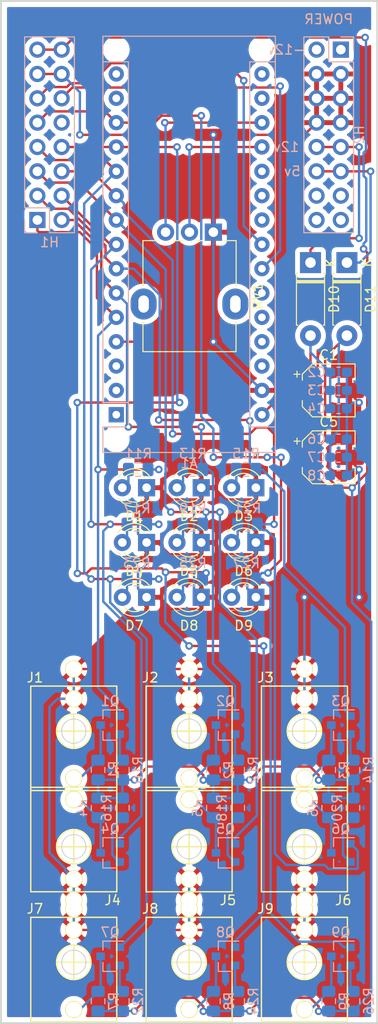
<source format=kicad_pcb>
(kicad_pcb (version 20171130) (host pcbnew "(5.1.2)-1")
  (layers (0 F.Cu signal hide) (31 B.Cu signal hide) (34 B.Paste user hide) (35 F.Paste user hide) (36 B.SilkS user hide) (37 F.SilkS user hide) (38 B.Mask user hide) (39 F.Mask user hide) (44 Edge.Cuts user))
  (net 0 "")
  (net 1 "Net-(A1-Pad16)")
  (net 2 "Net-(A1-Pad15)")
  (net 3 12V)
  (net 4 "Net-(A1-Pad14)")
  (net 5 GND)
  (net 6 Tr9)
  (net 7 "Net-(A1-Pad28)")
  (net 8 Tr8)
  (net 9 "Net-(A1-Pad27)")
  (net 10 Tr7)
  (net 11 "Net-(A1-Pad26)")
  (net 12 Tr6)
  (net 13 "Net-(A1-Pad25)")
  (net 14 Tr5)
  (net 15 SDC)
  (net 16 Tr4)
  (net 17 SDA)
  (net 18 Tr3)
  (net 19 "Net-(A1-Pad22)")
  (net 20 Tr2)
  (net 21 "Net-(A1-Pad21)")
  (net 22 Tr1)
  (net 23 "Net-(A1-Pad20)")
  (net 24 "Net-(A1-Pad19)")
  (net 25 "Net-(A1-Pad3)")
  (net 26 "Net-(A1-Pad18)")
  (net 27 "Net-(A1-Pad2)")
  (net 28 "Net-(A1-Pad17)")
  (net 29 "Net-(A1-Pad1)")
  (net 30 5V)
  (net 31 "Net-(D1-Pad2)")
  (net 32 "Net-(D2-Pad2)")
  (net 33 "Net-(D3-Pad2)")
  (net 34 "Net-(D4-Pad2)")
  (net 35 "Net-(D5-Pad2)")
  (net 36 "Net-(D6-Pad2)")
  (net 37 "Net-(D7-Pad2)")
  (net 38 "Net-(D8-Pad2)")
  (net 39 "Net-(D9-Pad2)")
  (net 40 "Net-(D10-Pad1)")
  (net 41 "Net-(D11-Pad1)")
  (net 42 "Net-(H1-Pad10)")
  (net 43 "Net-(H2-Pad16)")
  (net 44 "Net-(H2-Pad15)")
  (net 45 "Net-(H2-Pad14)")
  (net 46 "Net-(H2-Pad13)")
  (net 47 "Net-(H2-Pad2)")
  (net 48 "Net-(H2-Pad1)")
  (net 49 "Net-(J1-Pad3)")
  (net 50 "Net-(J2-Pad3)")
  (net 51 "Net-(J3-Pad3)")
  (net 52 "Net-(J4-Pad3)")
  (net 53 "Net-(J5-Pad3)")
  (net 54 "Net-(J6-Pad3)")
  (net 55 "Net-(J7-Pad3)")
  (net 56 "Net-(J8-Pad3)")
  (net 57 "Net-(J9-Pad3)")
  (net 58 "Net-(Q1-Pad2)")
  (net 59 "Net-(Q2-Pad2)")
  (net 60 "Net-(Q3-Pad2)")
  (net 61 "Net-(Q4-Pad2)")
  (net 62 "Net-(Q5-Pad2)")
  (net 63 "Net-(Q6-Pad2)")
  (net 64 "Net-(Q7-Pad2)")
  (net 65 "Net-(Q8-Pad2)")
  (net 66 "Net-(Q9-Pad2)")
  (module "" (layer F.Cu) (at 102.87 53.975)
    (fp_text reference "" (at 90.805 74.93) (layer F.SilkS) (effects (font (size 1.27 1.27))))
    (fp_text value "" (at 90.805 74.93) (layer F.SilkS) (effects (font (size 1.27 1.27))))
  )
  (module Potentiometer_THT:Potentiometer_Alpha_RD901F-40-00D_Single_Vertical (layer F.Cu) (at 90.805 74.93 270)
    (fp_text reference RV1 (at 6.71 -4.64 270) (layer F.SilkS))
    (fp_text value R_POT_US)
    (pad "" thru_hole oval (at 7.5 -2.3) (size 2.72 3.24) (drill oval 1.1 1.8) (layers *.Cu *.Mask))
    (pad "" thru_hole oval (at 7.5 7.3) (size 2.72 3.24) (drill oval 1.1 1.8) (layers *.Cu *.Mask))
    (pad 3 thru_hole circle (at 0 5) (size 1.8 1.8) (drill 1) (layers *.Cu *.Mask) (net 26 "Net-(A1-Pad18)"))
    (pad 2 thru_hole circle (at 0 2.5) (size 1.8 1.8) (drill 1) (layers *.Cu *.Mask) (net 24 "Net-(A1-Pad19)"))
    (pad 1 thru_hole rect (at 0 0) (size 1.8 1.8) (drill 1) (layers *.Cu *.Mask) (net 5 GND))
  )
  (module Resistor_SMD:R_0805_2012Metric_Pad1.15x1.40mm_HandSolder (layer B.Cu) (at 94.225 111.125 180)
    (fp_text reference R27 (at 0 1.65) (layer B.SilkS) (effects (justify mirror)))
    (fp_text value 200)
    (pad 2 smd roundrect (at 1.025 0 180) (size 1.15 1.4) (layers B.Cu B.Paste B.Mask) (roundrect_rratio 0.217391) (net 39 "Net-(D9-Pad2)"))
    (pad 1 smd roundrect (at -1.025 0 180) (size 1.15 1.4) (layers B.Cu B.Paste B.Mask) (roundrect_rratio 0.217391) (net 6 Tr9))
  )
  (module Resistor_SMD:R_0805_2012Metric_Pad1.15x1.40mm_HandSolder (layer B.Cu) (at 105.41 155.185 90)
    (fp_text reference R26 (at 0 1.65 90) (layer B.SilkS) (effects (justify mirror)))
    (fp_text value 2.2k)
    (pad 2 smd roundrect (at 1.025 0 90) (size 1.15 1.4) (layers B.Cu B.Paste B.Mask) (roundrect_rratio 0.217391) (net 66 "Net-(Q9-Pad2)"))
    (pad 1 smd roundrect (at -1.025 0 90) (size 1.15 1.4) (layers B.Cu B.Paste B.Mask) (roundrect_rratio 0.217391) (net 30 5V))
  )
  (module Resistor_SMD:R_0805_2012Metric_Pad1.15x1.40mm_HandSolder (layer B.Cu) (at 88.655 111.125 180)
    (fp_text reference R25 (at 0 1.65) (layer B.SilkS) (effects (justify mirror)))
    (fp_text value 200)
    (pad 2 smd roundrect (at 1.025 0 180) (size 1.15 1.4) (layers B.Cu B.Paste B.Mask) (roundrect_rratio 0.217391) (net 38 "Net-(D8-Pad2)"))
    (pad 1 smd roundrect (at -1.025 0 180) (size 1.15 1.4) (layers B.Cu B.Paste B.Mask) (roundrect_rratio 0.217391) (net 8 Tr8))
  )
  (module Resistor_SMD:R_0805_2012Metric_Pad1.15x1.40mm_HandSolder (layer B.Cu) (at 93.345 155.185 90)
    (fp_text reference R24 (at 0 1.65 90) (layer B.SilkS) (effects (justify mirror)))
    (fp_text value 2.2k)
    (pad 2 smd roundrect (at 1.025 0 90) (size 1.15 1.4) (layers B.Cu B.Paste B.Mask) (roundrect_rratio 0.217391) (net 65 "Net-(Q8-Pad2)"))
    (pad 1 smd roundrect (at -1.025 0 90) (size 1.15 1.4) (layers B.Cu B.Paste B.Mask) (roundrect_rratio 0.217391) (net 30 5V))
  )
  (module Resistor_SMD:R_0805_2012Metric_Pad1.15x1.40mm_HandSolder (layer B.Cu) (at 82.795 111.125 180)
    (fp_text reference R23 (at 0 1.65) (layer B.SilkS) (effects (justify mirror)))
    (fp_text value 200)
    (pad 2 smd roundrect (at 1.025 0 180) (size 1.15 1.4) (layers B.Cu B.Paste B.Mask) (roundrect_rratio 0.217391) (net 37 "Net-(D7-Pad2)"))
    (pad 1 smd roundrect (at -1.025 0 180) (size 1.15 1.4) (layers B.Cu B.Paste B.Mask) (roundrect_rratio 0.217391) (net 10 Tr7))
  )
  (module Resistor_SMD:R_0805_2012Metric_Pad1.15x1.40mm_HandSolder (layer B.Cu) (at 81.28 155.185 90)
    (fp_text reference R22 (at 0 1.65 90) (layer B.SilkS) (effects (justify mirror)))
    (fp_text value 2.2k)
    (pad 2 smd roundrect (at 1.025 0 90) (size 1.15 1.4) (layers B.Cu B.Paste B.Mask) (roundrect_rratio 0.217391) (net 64 "Net-(Q7-Pad2)"))
    (pad 1 smd roundrect (at -1.025 0 90) (size 1.15 1.4) (layers B.Cu B.Paste B.Mask) (roundrect_rratio 0.217391) (net 30 5V))
  )
  (module Resistor_SMD:R_0805_2012Metric_Pad1.15x1.40mm_HandSolder (layer B.Cu) (at 94.37 105.41 180)
    (fp_text reference R21 (at 0 1.65) (layer B.SilkS) (effects (justify mirror)))
    (fp_text value 200)
    (pad 2 smd roundrect (at 1.025 0 180) (size 1.15 1.4) (layers B.Cu B.Paste B.Mask) (roundrect_rratio 0.217391) (net 36 "Net-(D6-Pad2)"))
    (pad 1 smd roundrect (at -1.025 0 180) (size 1.15 1.4) (layers B.Cu B.Paste B.Mask) (roundrect_rratio 0.217391) (net 12 Tr6))
  )
  (module Resistor_SMD:R_0805_2012Metric_Pad1.15x1.40mm_HandSolder (layer B.Cu) (at 105.41 135.01 270)
    (fp_text reference R20 (at 0 1.65 90) (layer B.SilkS) (effects (justify mirror)))
    (fp_text value 2.2k)
    (pad 2 smd roundrect (at 1.025 0 270) (size 1.15 1.4) (layers B.Cu B.Paste B.Mask) (roundrect_rratio 0.217391) (net 63 "Net-(Q6-Pad2)"))
    (pad 1 smd roundrect (at -1.025 0 270) (size 1.15 1.4) (layers B.Cu B.Paste B.Mask) (roundrect_rratio 0.217391) (net 30 5V))
  )
  (module Resistor_SMD:R_0805_2012Metric_Pad1.15x1.40mm_HandSolder (layer B.Cu) (at 88.655 105.41 180)
    (fp_text reference R19 (at 0 1.65) (layer B.SilkS) (effects (justify mirror)))
    (fp_text value 200)
    (pad 2 smd roundrect (at 1.025 0 180) (size 1.15 1.4) (layers B.Cu B.Paste B.Mask) (roundrect_rratio 0.217391) (net 35 "Net-(D5-Pad2)"))
    (pad 1 smd roundrect (at -1.025 0 180) (size 1.15 1.4) (layers B.Cu B.Paste B.Mask) (roundrect_rratio 0.217391) (net 14 Tr5))
  )
  (module Resistor_SMD:R_0805_2012Metric_Pad1.15x1.40mm_HandSolder (layer B.Cu) (at 93.345 135.01 270)
    (fp_text reference R18 (at 0 1.65 90) (layer B.SilkS) (effects (justify mirror)))
    (fp_text value 2.2k)
    (pad 2 smd roundrect (at 1.025 0 270) (size 1.15 1.4) (layers B.Cu B.Paste B.Mask) (roundrect_rratio 0.217391) (net 62 "Net-(Q5-Pad2)"))
    (pad 1 smd roundrect (at -1.025 0 270) (size 1.15 1.4) (layers B.Cu B.Paste B.Mask) (roundrect_rratio 0.217391) (net 30 5V))
  )
  (module Resistor_SMD:R_0805_2012Metric_Pad1.15x1.40mm_HandSolder (layer B.Cu) (at 82.795 105.41 180)
    (fp_text reference R17 (at 0 1.65) (layer B.SilkS) (effects (justify mirror)))
    (fp_text value 200)
    (pad 2 smd roundrect (at 1.025 0 180) (size 1.15 1.4) (layers B.Cu B.Paste B.Mask) (roundrect_rratio 0.217391) (net 34 "Net-(D4-Pad2)"))
    (pad 1 smd roundrect (at -1.025 0 180) (size 1.15 1.4) (layers B.Cu B.Paste B.Mask) (roundrect_rratio 0.217391) (net 16 Tr4))
  )
  (module Resistor_SMD:R_0805_2012Metric_Pad1.15x1.40mm_HandSolder (layer B.Cu) (at 81.28 135.01 270)
    (fp_text reference R16 (at 0 1.65 90) (layer B.SilkS) (effects (justify mirror)))
    (fp_text value 2.2k)
    (pad 2 smd roundrect (at 1.025 0 270) (size 1.15 1.4) (layers B.Cu B.Paste B.Mask) (roundrect_rratio 0.217391) (net 61 "Net-(Q4-Pad2)"))
    (pad 1 smd roundrect (at -1.025 0 270) (size 1.15 1.4) (layers B.Cu B.Paste B.Mask) (roundrect_rratio 0.217391) (net 30 5V))
  )
  (module Resistor_SMD:R_0805_2012Metric_Pad1.15x1.40mm_HandSolder (layer B.Cu) (at 94.225 99.695 180)
    (fp_text reference R15 (at 0 1.65) (layer B.SilkS) (effects (justify mirror)))
    (fp_text value 200)
    (pad 2 smd roundrect (at 1.025 0 180) (size 1.15 1.4) (layers B.Cu B.Paste B.Mask) (roundrect_rratio 0.217391) (net 33 "Net-(D3-Pad2)"))
    (pad 1 smd roundrect (at -1.025 0 180) (size 1.15 1.4) (layers B.Cu B.Paste B.Mask) (roundrect_rratio 0.217391) (net 18 Tr3))
  )
  (module Resistor_SMD:R_0805_2012Metric_Pad1.15x1.40mm_HandSolder (layer B.Cu) (at 105.41 131.055 90)
    (fp_text reference R14 (at 0 1.65 90) (layer B.SilkS) (effects (justify mirror)))
    (fp_text value 2.2k)
    (pad 2 smd roundrect (at 1.025 0 90) (size 1.15 1.4) (layers B.Cu B.Paste B.Mask) (roundrect_rratio 0.217391) (net 60 "Net-(Q3-Pad2)"))
    (pad 1 smd roundrect (at -1.025 0 90) (size 1.15 1.4) (layers B.Cu B.Paste B.Mask) (roundrect_rratio 0.217391) (net 30 5V))
  )
  (module Resistor_SMD:R_0805_2012Metric_Pad1.15x1.40mm_HandSolder (layer B.Cu) (at 88.655 99.695 180)
    (fp_text reference R13 (at 0 1.65) (layer B.SilkS) (effects (justify mirror)))
    (fp_text value 200)
    (pad 2 smd roundrect (at 1.025 0 180) (size 1.15 1.4) (layers B.Cu B.Paste B.Mask) (roundrect_rratio 0.217391) (net 32 "Net-(D2-Pad2)"))
    (pad 1 smd roundrect (at -1.025 0 180) (size 1.15 1.4) (layers B.Cu B.Paste B.Mask) (roundrect_rratio 0.217391) (net 20 Tr2))
  )
  (module Resistor_SMD:R_0805_2012Metric_Pad1.15x1.40mm_HandSolder (layer B.Cu) (at 93.345 131.055 90)
    (fp_text reference R12 (at 0 1.65 90) (layer B.SilkS) (effects (justify mirror)))
    (fp_text value 2.2k)
    (pad 2 smd roundrect (at 1.025 0 90) (size 1.15 1.4) (layers B.Cu B.Paste B.Mask) (roundrect_rratio 0.217391) (net 59 "Net-(Q2-Pad2)"))
    (pad 1 smd roundrect (at -1.025 0 90) (size 1.15 1.4) (layers B.Cu B.Paste B.Mask) (roundrect_rratio 0.217391) (net 30 5V))
  )
  (module Resistor_SMD:R_0805_2012Metric_Pad1.15x1.40mm_HandSolder (layer B.Cu) (at 82.94 99.695 180)
    (fp_text reference R11 (at 0 1.65) (layer B.SilkS) (effects (justify mirror)))
    (fp_text value 200)
    (pad 2 smd roundrect (at 1.025 0 180) (size 1.15 1.4) (layers B.Cu B.Paste B.Mask) (roundrect_rratio 0.217391) (net 31 "Net-(D1-Pad2)"))
    (pad 1 smd roundrect (at -1.025 0 180) (size 1.15 1.4) (layers B.Cu B.Paste B.Mask) (roundrect_rratio 0.217391) (net 22 Tr1))
  )
  (module Resistor_SMD:R_0805_2012Metric_Pad1.15x1.40mm_HandSolder (layer B.Cu) (at 81.28 131.055 90)
    (fp_text reference R10 (at 0 1.65 90) (layer B.SilkS) (effects (justify mirror)))
    (fp_text value 2.2k)
    (pad 2 smd roundrect (at 1.025 0 90) (size 1.15 1.4) (layers B.Cu B.Paste B.Mask) (roundrect_rratio 0.217391) (net 58 "Net-(Q1-Pad2)"))
    (pad 1 smd roundrect (at -1.025 0 90) (size 1.15 1.4) (layers B.Cu B.Paste B.Mask) (roundrect_rratio 0.217391) (net 30 5V))
  )
  (module Resistor_SMD:R_0805_2012Metric_Pad1.15x1.40mm_HandSolder (layer B.Cu) (at 102.87 155.185 90)
    (fp_text reference R9 (at 0 1.65 90) (layer B.SilkS) (effects (justify mirror)))
    (fp_text value 6.8k)
    (pad 2 smd roundrect (at 1.025 0 90) (size 1.15 1.4) (layers B.Cu B.Paste B.Mask) (roundrect_rratio 0.217391) (net 57 "Net-(J9-Pad3)"))
    (pad 1 smd roundrect (at -1.025 0 90) (size 1.15 1.4) (layers B.Cu B.Paste B.Mask) (roundrect_rratio 0.217391) (net 30 5V))
  )
  (module Resistor_SMD:R_0805_2012Metric_Pad1.15x1.40mm_HandSolder (layer B.Cu) (at 90.805 155.185 90)
    (fp_text reference R8 (at 0 1.65 90) (layer B.SilkS) (effects (justify mirror)))
    (fp_text value 6.8k)
    (pad 2 smd roundrect (at 1.025 0 90) (size 1.15 1.4) (layers B.Cu B.Paste B.Mask) (roundrect_rratio 0.217391) (net 56 "Net-(J8-Pad3)"))
    (pad 1 smd roundrect (at -1.025 0 90) (size 1.15 1.4) (layers B.Cu B.Paste B.Mask) (roundrect_rratio 0.217391) (net 30 5V))
  )
  (module Resistor_SMD:R_0805_2012Metric_Pad1.15x1.40mm_HandSolder (layer B.Cu) (at 78.74 155.185 90)
    (fp_text reference R7 (at 0 1.65 90) (layer B.SilkS) (effects (justify mirror)))
    (fp_text value 6.8k)
    (pad 2 smd roundrect (at 1.025 0 90) (size 1.15 1.4) (layers B.Cu B.Paste B.Mask) (roundrect_rratio 0.217391) (net 55 "Net-(J7-Pad3)"))
    (pad 1 smd roundrect (at -1.025 0 90) (size 1.15 1.4) (layers B.Cu B.Paste B.Mask) (roundrect_rratio 0.217391) (net 30 5V))
  )
  (module Resistor_SMD:R_0805_2012Metric_Pad1.15x1.40mm_HandSolder (layer B.Cu) (at 102.87 135.01 270)
    (fp_text reference R6 (at 0 1.65 90) (layer B.SilkS) (effects (justify mirror)))
    (fp_text value 6.8k)
    (pad 2 smd roundrect (at 1.025 0 270) (size 1.15 1.4) (layers B.Cu B.Paste B.Mask) (roundrect_rratio 0.217391) (net 54 "Net-(J6-Pad3)"))
    (pad 1 smd roundrect (at -1.025 0 270) (size 1.15 1.4) (layers B.Cu B.Paste B.Mask) (roundrect_rratio 0.217391) (net 30 5V))
  )
  (module Resistor_SMD:R_0805_2012Metric_Pad1.15x1.40mm_HandSolder (layer B.Cu) (at 90.805 135.01 270)
    (fp_text reference R5 (at 0 1.65 90) (layer B.SilkS) (effects (justify mirror)))
    (fp_text value 6.8k)
    (pad 2 smd roundrect (at 1.025 0 270) (size 1.15 1.4) (layers B.Cu B.Paste B.Mask) (roundrect_rratio 0.217391) (net 53 "Net-(J5-Pad3)"))
    (pad 1 smd roundrect (at -1.025 0 270) (size 1.15 1.4) (layers B.Cu B.Paste B.Mask) (roundrect_rratio 0.217391) (net 30 5V))
  )
  (module Resistor_SMD:R_0805_2012Metric_Pad1.15x1.40mm_HandSolder (layer B.Cu) (at 78.74 135.01 270)
    (fp_text reference R4 (at 0 1.65 90) (layer B.SilkS) (effects (justify mirror)))
    (fp_text value 6.8k)
    (pad 2 smd roundrect (at 1.025 0 270) (size 1.15 1.4) (layers B.Cu B.Paste B.Mask) (roundrect_rratio 0.217391) (net 52 "Net-(J4-Pad3)"))
    (pad 1 smd roundrect (at -1.025 0 270) (size 1.15 1.4) (layers B.Cu B.Paste B.Mask) (roundrect_rratio 0.217391) (net 30 5V))
  )
  (module Resistor_SMD:R_0805_2012Metric_Pad1.15x1.40mm_HandSolder (layer B.Cu) (at 102.87 131.055 90)
    (fp_text reference R3 (at 0 1.65 90) (layer B.SilkS) (effects (justify mirror)))
    (fp_text value 6.8k)
    (pad 2 smd roundrect (at 1.025 0 90) (size 1.15 1.4) (layers B.Cu B.Paste B.Mask) (roundrect_rratio 0.217391) (net 51 "Net-(J3-Pad3)"))
    (pad 1 smd roundrect (at -1.025 0 90) (size 1.15 1.4) (layers B.Cu B.Paste B.Mask) (roundrect_rratio 0.217391) (net 30 5V))
  )
  (module Resistor_SMD:R_0805_2012Metric_Pad1.15x1.40mm_HandSolder (layer B.Cu) (at 90.805 131.055 90)
    (fp_text reference R2 (at 0 1.65 90) (layer B.SilkS) (effects (justify mirror)))
    (fp_text value 6.8k)
    (pad 2 smd roundrect (at 1.025 0 90) (size 1.15 1.4) (layers B.Cu B.Paste B.Mask) (roundrect_rratio 0.217391) (net 50 "Net-(J2-Pad3)"))
    (pad 1 smd roundrect (at -1.025 0 90) (size 1.15 1.4) (layers B.Cu B.Paste B.Mask) (roundrect_rratio 0.217391) (net 30 5V))
  )
  (module Resistor_SMD:R_0805_2012Metric_Pad1.15x1.40mm_HandSolder (layer B.Cu) (at 78.74 131.055 90)
    (fp_text reference R1 (at 0 1.65 90) (layer B.SilkS) (effects (justify mirror)))
    (fp_text value 6.8k)
    (pad 2 smd roundrect (at 1.025 0 90) (size 1.15 1.4) (layers B.Cu B.Paste B.Mask) (roundrect_rratio 0.217391) (net 49 "Net-(J1-Pad3)"))
    (pad 1 smd roundrect (at -1.025 0 90) (size 1.15 1.4) (layers B.Cu B.Paste B.Mask) (roundrect_rratio 0.217391) (net 30 5V))
  )
  (module Package_TO_SOT_SMD:SOT-23 (layer B.Cu) (at 104.14 150.495 180)
    (fp_text reference Q9 (at 0 2.5) (layer B.SilkS) (effects (justify mirror)))
    (fp_text value 2N3904)
    (pad 3 smd rect (at 1 0 180) (size 0.9 0.8) (layers B.Cu B.Paste B.Mask) (net 57 "Net-(J9-Pad3)"))
    (pad 2 smd rect (at -1 -0.95 180) (size 0.9 0.8) (layers B.Cu B.Paste B.Mask) (net 66 "Net-(Q9-Pad2)"))
    (pad 1 smd rect (at -1 0.95 180) (size 0.9 0.8) (layers B.Cu B.Paste B.Mask) (net 6 Tr9))
  )
  (module Package_TO_SOT_SMD:SOT-23 (layer B.Cu) (at 92.075 150.495 180)
    (fp_text reference Q8 (at 0 2.5) (layer B.SilkS) (effects (justify mirror)))
    (fp_text value 2N3904)
    (pad 3 smd rect (at 1 0 180) (size 0.9 0.8) (layers B.Cu B.Paste B.Mask) (net 56 "Net-(J8-Pad3)"))
    (pad 2 smd rect (at -1 -0.95 180) (size 0.9 0.8) (layers B.Cu B.Paste B.Mask) (net 65 "Net-(Q8-Pad2)"))
    (pad 1 smd rect (at -1 0.95 180) (size 0.9 0.8) (layers B.Cu B.Paste B.Mask) (net 8 Tr8))
  )
  (module Package_TO_SOT_SMD:SOT-23 (layer B.Cu) (at 80.01 150.495 180)
    (fp_text reference Q7 (at 0 2.5) (layer B.SilkS) (effects (justify mirror)))
    (fp_text value 2N3904)
    (pad 3 smd rect (at 1 0 180) (size 0.9 0.8) (layers B.Cu B.Paste B.Mask) (net 55 "Net-(J7-Pad3)"))
    (pad 2 smd rect (at -1 -0.95 180) (size 0.9 0.8) (layers B.Cu B.Paste B.Mask) (net 64 "Net-(Q7-Pad2)"))
    (pad 1 smd rect (at -1 0.95 180) (size 0.9 0.8) (layers B.Cu B.Paste B.Mask) (net 10 Tr7))
  )
  (module Package_TO_SOT_SMD:SOT-23 (layer B.Cu) (at 104.14 139.7 180)
    (fp_text reference Q6 (at 0 2.5) (layer B.SilkS) (effects (justify mirror)))
    (fp_text value 2N3904)
    (pad 3 smd rect (at 1 0 180) (size 0.9 0.8) (layers B.Cu B.Paste B.Mask) (net 54 "Net-(J6-Pad3)"))
    (pad 2 smd rect (at -1 -0.95 180) (size 0.9 0.8) (layers B.Cu B.Paste B.Mask) (net 63 "Net-(Q6-Pad2)"))
    (pad 1 smd rect (at -1 0.95 180) (size 0.9 0.8) (layers B.Cu B.Paste B.Mask) (net 12 Tr6))
  )
  (module Package_TO_SOT_SMD:SOT-23 (layer B.Cu) (at 92.075 139.7 180)
    (fp_text reference Q5 (at 0 2.5) (layer B.SilkS) (effects (justify mirror)))
    (fp_text value 2N3904)
    (pad 3 smd rect (at 1 0 180) (size 0.9 0.8) (layers B.Cu B.Paste B.Mask) (net 53 "Net-(J5-Pad3)"))
    (pad 2 smd rect (at -1 -0.95 180) (size 0.9 0.8) (layers B.Cu B.Paste B.Mask) (net 62 "Net-(Q5-Pad2)"))
    (pad 1 smd rect (at -1 0.95 180) (size 0.9 0.8) (layers B.Cu B.Paste B.Mask) (net 14 Tr5))
  )
  (module Package_TO_SOT_SMD:SOT-23 (layer B.Cu) (at 80.01 139.7 180)
    (fp_text reference Q4 (at 0 2.5) (layer B.SilkS) (effects (justify mirror)))
    (fp_text value 2N3904)
    (pad 3 smd rect (at 1 0 180) (size 0.9 0.8) (layers B.Cu B.Paste B.Mask) (net 52 "Net-(J4-Pad3)"))
    (pad 2 smd rect (at -1 -0.95 180) (size 0.9 0.8) (layers B.Cu B.Paste B.Mask) (net 61 "Net-(Q4-Pad2)"))
    (pad 1 smd rect (at -1 0.95 180) (size 0.9 0.8) (layers B.Cu B.Paste B.Mask) (net 16 Tr4))
  )
  (module Package_TO_SOT_SMD:SOT-23 (layer B.Cu) (at 104.14 126.365 180)
    (fp_text reference Q3 (at 0 2.5) (layer B.SilkS) (effects (justify mirror)))
    (fp_text value 2N3904)
    (pad 3 smd rect (at 1 0 180) (size 0.9 0.8) (layers B.Cu B.Paste B.Mask) (net 51 "Net-(J3-Pad3)"))
    (pad 2 smd rect (at -1 -0.95 180) (size 0.9 0.8) (layers B.Cu B.Paste B.Mask) (net 60 "Net-(Q3-Pad2)"))
    (pad 1 smd rect (at -1 0.95 180) (size 0.9 0.8) (layers B.Cu B.Paste B.Mask) (net 18 Tr3))
  )
  (module Package_TO_SOT_SMD:SOT-23 (layer B.Cu) (at 92.075 126.365 180)
    (fp_text reference Q2 (at 0 2.5) (layer B.SilkS) (effects (justify mirror)))
    (fp_text value 2N3904)
    (pad 3 smd rect (at 1 0 180) (size 0.9 0.8) (layers B.Cu B.Paste B.Mask) (net 50 "Net-(J2-Pad3)"))
    (pad 2 smd rect (at -1 -0.95 180) (size 0.9 0.8) (layers B.Cu B.Paste B.Mask) (net 59 "Net-(Q2-Pad2)"))
    (pad 1 smd rect (at -1 0.95 180) (size 0.9 0.8) (layers B.Cu B.Paste B.Mask) (net 20 Tr2))
  )
  (module Package_TO_SOT_SMD:SOT-23 (layer B.Cu) (at 80.01 126.365 180)
    (fp_text reference Q1 (at 0 2.5) (layer B.SilkS) (effects (justify mirror)))
    (fp_text value 2N3904)
    (pad 3 smd rect (at 1 0 180) (size 0.9 0.8) (layers B.Cu B.Paste B.Mask) (net 49 "Net-(J1-Pad3)"))
    (pad 2 smd rect (at -1 -0.95 180) (size 0.9 0.8) (layers B.Cu B.Paste B.Mask) (net 58 "Net-(Q1-Pad2)"))
    (pad 1 smd rect (at -1 0.95 180) (size 0.9 0.8) (layers B.Cu B.Paste B.Mask) (net 22 Tr1))
  )
  (module eurorack:PJ301M-12 (layer F.Cu) (at 100.33 151.13 180)
    (fp_text reference J9 (at 4.064 5.588) (layer F.SilkS))
    (fp_text value PJ301M-12)
    (pad 3 thru_hole circle (at 0 -4.92 180) (size 1.8 1.8) (drill 1.6) (layers *.Cu *.Mask F.SilkS) (net 57 "Net-(J9-Pad3)"))
    (pad 1 thru_hole circle (at 0 6.48 180) (size 1.8 1.8) (drill 1.6) (layers *.Cu *.Mask F.SilkS) (net 5 GND))
    (pad 2 thru_hole circle (at 0 3.38 180) (size 1.8 1.8) (drill 1.6) (layers *.Cu *.Mask F.SilkS) (net 5 GND))
  )
  (module eurorack:PJ301M-12 (layer F.Cu) (at 88.265 151.13 180)
    (fp_text reference J8 (at 4.064 5.588) (layer F.SilkS))
    (fp_text value PJ301M-12)
    (pad 3 thru_hole circle (at 0 -4.92 180) (size 1.8 1.8) (drill 1.6) (layers *.Cu *.Mask F.SilkS) (net 56 "Net-(J8-Pad3)"))
    (pad 1 thru_hole circle (at 0 6.48 180) (size 1.8 1.8) (drill 1.6) (layers *.Cu *.Mask F.SilkS) (net 5 GND))
    (pad 2 thru_hole circle (at 0 3.38 180) (size 1.8 1.8) (drill 1.6) (layers *.Cu *.Mask F.SilkS) (net 5 GND))
  )
  (module eurorack:PJ301M-12 (layer F.Cu) (at 76.2 151.13 180)
    (fp_text reference J7 (at 4.064 5.588) (layer F.SilkS))
    (fp_text value PJ301M-12)
    (pad 3 thru_hole circle (at 0 -4.92 180) (size 1.8 1.8) (drill 1.6) (layers *.Cu *.Mask F.SilkS) (net 55 "Net-(J7-Pad3)"))
    (pad 1 thru_hole circle (at 0 6.48 180) (size 1.8 1.8) (drill 1.6) (layers *.Cu *.Mask F.SilkS) (net 5 GND))
    (pad 2 thru_hole circle (at 0 3.38 180) (size 1.8 1.8) (drill 1.6) (layers *.Cu *.Mask F.SilkS) (net 5 GND))
  )
  (module eurorack:PJ301M-12 (layer F.Cu) (at 100.33 139.065)
    (fp_text reference J6 (at 4.064 5.588) (layer F.SilkS))
    (fp_text value PJ301M-12)
    (pad 3 thru_hole circle (at 0 -4.92) (size 1.8 1.8) (drill 1.6) (layers *.Cu *.Mask F.SilkS) (net 54 "Net-(J6-Pad3)"))
    (pad 1 thru_hole circle (at 0 6.48) (size 1.8 1.8) (drill 1.6) (layers *.Cu *.Mask F.SilkS) (net 5 GND))
    (pad 2 thru_hole circle (at 0 3.38) (size 1.8 1.8) (drill 1.6) (layers *.Cu *.Mask F.SilkS) (net 5 GND))
  )
  (module eurorack:PJ301M-12 (layer F.Cu) (at 88.265 139.065)
    (fp_text reference J5 (at 4.064 5.588) (layer F.SilkS))
    (fp_text value PJ301M-12)
    (pad 3 thru_hole circle (at 0 -4.92) (size 1.8 1.8) (drill 1.6) (layers *.Cu *.Mask F.SilkS) (net 53 "Net-(J5-Pad3)"))
    (pad 1 thru_hole circle (at 0 6.48) (size 1.8 1.8) (drill 1.6) (layers *.Cu *.Mask F.SilkS) (net 5 GND))
    (pad 2 thru_hole circle (at 0 3.38) (size 1.8 1.8) (drill 1.6) (layers *.Cu *.Mask F.SilkS) (net 5 GND))
  )
  (module eurorack:PJ301M-12 (layer F.Cu) (at 76.2 139.065)
    (fp_text reference J4 (at 4.064 5.588) (layer F.SilkS))
    (fp_text value PJ301M-12)
    (pad 3 thru_hole circle (at 0 -4.92) (size 1.8 1.8) (drill 1.6) (layers *.Cu *.Mask F.SilkS) (net 52 "Net-(J4-Pad3)"))
    (pad 1 thru_hole circle (at 0 6.48) (size 1.8 1.8) (drill 1.6) (layers *.Cu *.Mask F.SilkS) (net 5 GND))
    (pad 2 thru_hole circle (at 0 3.38) (size 1.8 1.8) (drill 1.6) (layers *.Cu *.Mask F.SilkS) (net 5 GND))
  )
  (module eurorack:PJ301M-12 (layer F.Cu) (at 100.33 127 180)
    (fp_text reference J3 (at 4.064 5.588) (layer F.SilkS))
    (fp_text value PJ301M-12)
    (pad 3 thru_hole circle (at 0 -4.92 180) (size 1.8 1.8) (drill 1.6) (layers *.Cu *.Mask F.SilkS) (net 51 "Net-(J3-Pad3)"))
    (pad 1 thru_hole circle (at 0 6.48 180) (size 1.8 1.8) (drill 1.6) (layers *.Cu *.Mask F.SilkS) (net 5 GND))
    (pad 2 thru_hole circle (at 0 3.38 180) (size 1.8 1.8) (drill 1.6) (layers *.Cu *.Mask F.SilkS) (net 5 GND))
  )
  (module eurorack:PJ301M-12 (layer F.Cu) (at 88.265 127 180)
    (fp_text reference J2 (at 4.064 5.588) (layer F.SilkS))
    (fp_text value PJ301M-12)
    (pad 3 thru_hole circle (at 0 -4.92 180) (size 1.8 1.8) (drill 1.6) (layers *.Cu *.Mask F.SilkS) (net 50 "Net-(J2-Pad3)"))
    (pad 1 thru_hole circle (at 0 6.48 180) (size 1.8 1.8) (drill 1.6) (layers *.Cu *.Mask F.SilkS) (net 5 GND))
    (pad 2 thru_hole circle (at 0 3.38 180) (size 1.8 1.8) (drill 1.6) (layers *.Cu *.Mask F.SilkS) (net 5 GND))
  )
  (module eurorack:PJ301M-12 (layer F.Cu) (at 76.2 127 180)
    (fp_text reference J1 (at 4.064 5.588) (layer F.SilkS))
    (fp_text value PJ301M-12)
    (pad 3 thru_hole circle (at 0 -4.92 180) (size 1.8 1.8) (drill 1.6) (layers *.Cu *.Mask F.SilkS) (net 49 "Net-(J1-Pad3)"))
    (pad 1 thru_hole circle (at 0 6.48 180) (size 1.8 1.8) (drill 1.6) (layers *.Cu *.Mask F.SilkS) (net 5 GND))
    (pad 2 thru_hole circle (at 0 3.38 180) (size 1.8 1.8) (drill 1.6) (layers *.Cu *.Mask F.SilkS) (net 5 GND))
  )
  (module Connector_PinHeader_2.54mm:PinHeader_2x08_P2.54mm_Vertical (layer B.Cu) (at 104.14 55.88 180)
    (fp_text reference H2 (at -1.905 -8.89 90) (layer B.SilkS) (effects (justify mirror)))
    (fp_text value POWER)
    (fp_text user POWER (at 1.27 3.175 180) (layer B.SilkS) (effects (justify mirror)))
    (fp_text user -12v (at 5.715 0 180) (layer B.SilkS) (effects (justify mirror)))
    (fp_text user 12v (at 5.715 -10.16 180) (layer B.SilkS) (effects (justify mirror)))
    (fp_text user 5v (at 5.08 -12.7 180) (layer B.SilkS) (effects (justify mirror)))
    (pad 16 thru_hole oval (at 2.54 -17.78 180) (size 1.7 1.7) (drill 1) (layers *.Cu *.Mask) (net 43 "Net-(H2-Pad16)"))
    (pad 15 thru_hole oval (at 0 -17.78 180) (size 1.7 1.7) (drill 1) (layers *.Cu *.Mask) (net 44 "Net-(H2-Pad15)"))
    (pad 14 thru_hole oval (at 2.54 -15.24 180) (size 1.7 1.7) (drill 1) (layers *.Cu *.Mask) (net 45 "Net-(H2-Pad14)"))
    (pad 13 thru_hole oval (at 0 -15.24 180) (size 1.7 1.7) (drill 1) (layers *.Cu *.Mask) (net 46 "Net-(H2-Pad13)"))
    (pad 12 thru_hole oval (at 2.54 -12.7 180) (size 1.7 1.7) (drill 1) (layers *.Cu *.Mask) (net 41 "Net-(D11-Pad1)"))
    (pad 11 thru_hole oval (at 0 -12.7 180) (size 1.7 1.7) (drill 1) (layers *.Cu *.Mask) (net 41 "Net-(D11-Pad1)"))
    (pad 10 thru_hole oval (at 2.54 -10.16 180) (size 1.7 1.7) (drill 1) (layers *.Cu *.Mask) (net 40 "Net-(D10-Pad1)"))
    (pad 9 thru_hole oval (at 0 -10.16 180) (size 1.7 1.7) (drill 1) (layers *.Cu *.Mask) (net 40 "Net-(D10-Pad1)"))
    (pad 8 thru_hole oval (at 2.54 -7.62 180) (size 1.7 1.7) (drill 1) (layers *.Cu *.Mask) (net 5 GND))
    (pad 7 thru_hole oval (at 0 -7.62 180) (size 1.7 1.7) (drill 1) (layers *.Cu *.Mask) (net 5 GND))
    (pad 6 thru_hole oval (at 2.54 -5.08 180) (size 1.7 1.7) (drill 1) (layers *.Cu *.Mask) (net 5 GND))
    (pad 5 thru_hole oval (at 0 -5.08 180) (size 1.7 1.7) (drill 1) (layers *.Cu *.Mask) (net 5 GND))
    (pad 4 thru_hole oval (at 2.54 -2.54 180) (size 1.7 1.7) (drill 1) (layers *.Cu *.Mask) (net 5 GND))
    (pad 3 thru_hole oval (at 0 -2.54 180) (size 1.7 1.7) (drill 1) (layers *.Cu *.Mask) (net 5 GND))
    (pad 2 thru_hole oval (at 2.54 0 180) (size 1.7 1.7) (drill 1) (layers *.Cu *.Mask) (net 47 "Net-(H2-Pad2)"))
    (pad 1 thru_hole rect (at 0 0 180) (size 1.7 1.7) (drill 1) (layers *.Cu *.Mask) (net 48 "Net-(H2-Pad1)"))
  )
  (module Connector_PinHeader_2.54mm:PinHeader_2x08_P2.54mm_Vertical (layer B.Cu) (at 72.39 73.66)
    (fp_text reference H1 (at 1.27 2.33) (layer B.SilkS) (effects (justify mirror)))
    (fp_text value Expander)
    (pad 16 thru_hole oval (at 2.54 -17.78) (size 1.7 1.7) (drill 1) (layers *.Cu *.Mask) (net 30 5V))
    (pad 15 thru_hole oval (at 0 -17.78) (size 1.7 1.7) (drill 1) (layers *.Cu *.Mask) (net 30 5V))
    (pad 14 thru_hole oval (at 2.54 -15.24) (size 1.7 1.7) (drill 1) (layers *.Cu *.Mask) (net 5 GND))
    (pad 13 thru_hole oval (at 0 -15.24) (size 1.7 1.7) (drill 1) (layers *.Cu *.Mask) (net 5 GND))
    (pad 12 thru_hole oval (at 2.54 -12.7) (size 1.7 1.7) (drill 1) (layers *.Cu *.Mask) (net 15 SDC))
    (pad 11 thru_hole oval (at 0 -12.7) (size 1.7 1.7) (drill 1) (layers *.Cu *.Mask) (net 17 SDA))
    (pad 10 thru_hole oval (at 2.54 -10.16) (size 1.7 1.7) (drill 1) (layers *.Cu *.Mask) (net 42 "Net-(H1-Pad10)"))
    (pad 9 thru_hole oval (at 0 -10.16) (size 1.7 1.7) (drill 1) (layers *.Cu *.Mask) (net 6 Tr9))
    (pad 8 thru_hole oval (at 2.54 -7.62) (size 1.7 1.7) (drill 1) (layers *.Cu *.Mask) (net 8 Tr8))
    (pad 7 thru_hole oval (at 0 -7.62) (size 1.7 1.7) (drill 1) (layers *.Cu *.Mask) (net 10 Tr7))
    (pad 6 thru_hole oval (at 2.54 -5.08) (size 1.7 1.7) (drill 1) (layers *.Cu *.Mask) (net 12 Tr6))
    (pad 5 thru_hole oval (at 0 -5.08) (size 1.7 1.7) (drill 1) (layers *.Cu *.Mask) (net 14 Tr5))
    (pad 4 thru_hole oval (at 2.54 -2.54) (size 1.7 1.7) (drill 1) (layers *.Cu *.Mask) (net 16 Tr4))
    (pad 3 thru_hole oval (at 0 -2.54) (size 1.7 1.7) (drill 1) (layers *.Cu *.Mask) (net 18 Tr3))
    (pad 2 thru_hole oval (at 2.54 0) (size 1.7 1.7) (drill 1) (layers *.Cu *.Mask) (net 20 Tr2))
    (pad 1 thru_hole rect (at 0 0) (size 1.7 1.7) (drill 1) (layers *.Cu *.Mask) (net 22 Tr1))
  )
  (module Diode_THT:D_DO-41_SOD81_P7.62mm_Horizontal (layer F.Cu) (at 104.775 78.105 270)
    (fp_text reference D11 (at 3.81 -2.47 90) (layer F.SilkS))
    (fp_text value 1N4006)
    (fp_text user K (at 0 -2.1 90) (layer F.SilkS))
    (pad 2 thru_hole oval (at 7.62 0 270) (size 2.2 2.2) (drill 1.1) (layers *.Cu *.Mask) (net 30 5V))
    (pad 1 thru_hole rect (at 0 0 270) (size 2.2 2.2) (drill 1.1) (layers *.Cu *.Mask) (net 41 "Net-(D11-Pad1)"))
  )
  (module Diode_THT:D_DO-41_SOD81_P7.62mm_Horizontal (layer F.Cu) (at 100.965 78.105 270)
    (fp_text reference D10 (at 3.81 -2.47 90) (layer F.SilkS))
    (fp_text value 1N4006)
    (fp_text user K (at 0 -2.1 90) (layer F.SilkS))
    (pad 2 thru_hole oval (at 7.62 0 270) (size 2.2 2.2) (drill 1.1) (layers *.Cu *.Mask) (net 3 12V))
    (pad 1 thru_hole rect (at 0 0 270) (size 2.2 2.2) (drill 1.1) (layers *.Cu *.Mask) (net 40 "Net-(D10-Pad1)"))
  )
  (module LED_THT:LED_D3.0mm_FlatTop (layer F.Cu) (at 95.25 113.03 180)
    (fp_text reference D9 (at 1.27 -2.96) (layer F.SilkS))
    (fp_text value LED)
    (pad 2 thru_hole circle (at 2.54 0 180) (size 1.8 1.8) (drill 0.9) (layers *.Cu *.Mask) (net 39 "Net-(D9-Pad2)"))
    (pad 1 thru_hole rect (at 0 0 180) (size 1.8 1.8) (drill 0.9) (layers *.Cu *.Mask) (net 5 GND))
  )
  (module LED_THT:LED_D3.0mm_FlatTop (layer F.Cu) (at 89.535 113.03 180)
    (fp_text reference D8 (at 1.27 -2.96) (layer F.SilkS))
    (fp_text value LED)
    (pad 2 thru_hole circle (at 2.54 0 180) (size 1.8 1.8) (drill 0.9) (layers *.Cu *.Mask) (net 38 "Net-(D8-Pad2)"))
    (pad 1 thru_hole rect (at 0 0 180) (size 1.8 1.8) (drill 0.9) (layers *.Cu *.Mask) (net 5 GND))
  )
  (module LED_THT:LED_D3.0mm_FlatTop (layer F.Cu) (at 83.82 113.03 180)
    (fp_text reference D7 (at 1.27 -2.96) (layer F.SilkS))
    (fp_text value LED)
    (pad 2 thru_hole circle (at 2.54 0 180) (size 1.8 1.8) (drill 0.9) (layers *.Cu *.Mask) (net 37 "Net-(D7-Pad2)"))
    (pad 1 thru_hole rect (at 0 0 180) (size 1.8 1.8) (drill 0.9) (layers *.Cu *.Mask) (net 5 GND))
  )
  (module LED_THT:LED_D3.0mm_FlatTop (layer F.Cu) (at 95.25 107.315 180)
    (fp_text reference D6 (at 1.27 -2.96) (layer F.SilkS))
    (fp_text value LED)
    (pad 2 thru_hole circle (at 2.54 0 180) (size 1.8 1.8) (drill 0.9) (layers *.Cu *.Mask) (net 36 "Net-(D6-Pad2)"))
    (pad 1 thru_hole rect (at 0 0 180) (size 1.8 1.8) (drill 0.9) (layers *.Cu *.Mask) (net 5 GND))
  )
  (module LED_THT:LED_D3.0mm_FlatTop (layer F.Cu) (at 89.535 107.315 180)
    (fp_text reference D5 (at 1.27 -2.96) (layer F.SilkS))
    (fp_text value LED)
    (pad 2 thru_hole circle (at 2.54 0 180) (size 1.8 1.8) (drill 0.9) (layers *.Cu *.Mask) (net 35 "Net-(D5-Pad2)"))
    (pad 1 thru_hole rect (at 0 0 180) (size 1.8 1.8) (drill 0.9) (layers *.Cu *.Mask) (net 5 GND))
  )
  (module LED_THT:LED_D3.0mm_FlatTop (layer F.Cu) (at 83.82 107.315 180)
    (fp_text reference D4 (at 1.27 -2.96) (layer F.SilkS))
    (fp_text value LED)
    (pad 2 thru_hole circle (at 2.54 0 180) (size 1.8 1.8) (drill 0.9) (layers *.Cu *.Mask) (net 34 "Net-(D4-Pad2)"))
    (pad 1 thru_hole rect (at 0 0 180) (size 1.8 1.8) (drill 0.9) (layers *.Cu *.Mask) (net 5 GND))
  )
  (module LED_THT:LED_D3.0mm_FlatTop (layer F.Cu) (at 95.25 101.6 180)
    (fp_text reference D3 (at 1.27 -2.96) (layer F.SilkS))
    (fp_text value LED)
    (pad 2 thru_hole circle (at 2.54 0 180) (size 1.8 1.8) (drill 0.9) (layers *.Cu *.Mask) (net 33 "Net-(D3-Pad2)"))
    (pad 1 thru_hole rect (at 0 0 180) (size 1.8 1.8) (drill 0.9) (layers *.Cu *.Mask) (net 5 GND))
  )
  (module LED_THT:LED_D3.0mm_FlatTop (layer F.Cu) (at 89.535 101.6 180)
    (fp_text reference D2 (at 1.27 -2.96) (layer F.SilkS))
    (fp_text value LED)
    (pad 2 thru_hole circle (at 2.54 0 180) (size 1.8 1.8) (drill 0.9) (layers *.Cu *.Mask) (net 32 "Net-(D2-Pad2)"))
    (pad 1 thru_hole rect (at 0 0 180) (size 1.8 1.8) (drill 0.9) (layers *.Cu *.Mask) (net 5 GND))
  )
  (module LED_THT:LED_D3.0mm_FlatTop (layer F.Cu) (at 83.82 101.6 180)
    (fp_text reference D1 (at 1.27 -2.96) (layer F.SilkS))
    (fp_text value LED)
    (pad 2 thru_hole circle (at 2.54 0 180) (size 1.8 1.8) (drill 0.9) (layers *.Cu *.Mask) (net 31 "Net-(D1-Pad2)"))
    (pad 1 thru_hole rect (at 0 0 180) (size 1.8 1.8) (drill 0.9) (layers *.Cu *.Mask) (net 5 GND))
  )
  (module Capacitor_SMD:C_0603_1608Metric_Pad1.05x0.95mm_HandSolder (layer B.Cu) (at 103.9 100.33)
    (fp_text reference C8 (at -2.3 0) (layer B.SilkS) (effects (justify mirror)))
    (fp_text value 22n)
    (pad 2 smd roundrect (at 0.875 0) (size 1.05 0.95) (layers B.Cu B.Paste B.Mask) (net 5 GND))
    (pad 1 smd roundrect (at -0.875 0) (size 1.05 0.95) (layers B.Cu B.Paste B.Mask) (net 30 5V))
  )
  (module Capacitor_SMD:C_0603_1608Metric_Pad1.05x0.95mm_HandSolder (layer B.Cu) (at 103.9 98.425)
    (fp_text reference C7 (at -2.3 0) (layer B.SilkS) (effects (justify mirror)))
    (fp_text value 22n)
    (pad 2 smd roundrect (at 0.875 0) (size 1.05 0.95) (layers B.Cu B.Paste B.Mask) (net 5 GND))
    (pad 1 smd roundrect (at -0.875 0) (size 1.05 0.95) (layers B.Cu B.Paste B.Mask) (net 30 5V))
  )
  (module Capacitor_SMD:C_0603_1608Metric_Pad1.05x0.95mm_HandSolder (layer B.Cu) (at 103.9 96.52)
    (fp_text reference C6 (at -2.3 0) (layer B.SilkS) (effects (justify mirror)))
    (fp_text value 22n)
    (pad 2 smd roundrect (at 0.875 0) (size 1.05 0.95) (layers B.Cu B.Paste B.Mask) (net 5 GND))
    (pad 1 smd roundrect (at -0.875 0) (size 1.05 0.95) (layers B.Cu B.Paste B.Mask) (net 30 5V))
  )
  (module Capacitor_SMD:CP_Elec_5x5.3 (layer F.Cu) (at 102.87 98.425)
    (fp_text reference C5 (at 0 -3.7) (layer F.SilkS))
    (fp_text value 470n)
    (pad 2 smd roundrect (at 2.2 0) (size 3 1.6) (layers F.Cu F.Paste F.Mask) (roundrect_rratio 0.15625) (net 5 GND))
    (pad 1 smd roundrect (at -2.2 0) (size 3 1.6) (layers F.Cu F.Paste F.Mask) (roundrect_rratio 0.15625) (net 30 5V))
  )
  (module Capacitor_SMD:C_0603_1608Metric_Pad1.05x0.95mm_HandSolder (layer B.Cu) (at 103.9 93.345)
    (fp_text reference C4 (at -2.3 0) (layer B.SilkS) (effects (justify mirror)))
    (fp_text value 22n)
    (pad 2 smd roundrect (at 0.875 0) (size 1.05 0.95) (layers B.Cu B.Paste B.Mask) (net 5 GND))
    (pad 1 smd roundrect (at -0.875 0) (size 1.05 0.95) (layers B.Cu B.Paste B.Mask) (net 3 12V))
  )
  (module Capacitor_SMD:C_0603_1608Metric_Pad1.05x0.95mm_HandSolder (layer B.Cu) (at 103.9 91.44)
    (fp_text reference C3 (at -2.3 0) (layer B.SilkS) (effects (justify mirror)))
    (fp_text value 22n)
    (pad 2 smd roundrect (at 0.875 0) (size 1.05 0.95) (layers B.Cu B.Paste B.Mask) (net 5 GND))
    (pad 1 smd roundrect (at -0.875 0) (size 1.05 0.95) (layers B.Cu B.Paste B.Mask) (net 3 12V))
  )
  (module Capacitor_SMD:C_0603_1608Metric_Pad1.05x0.95mm_HandSolder (layer B.Cu) (at 103.9 89.535)
    (fp_text reference C2 (at -2.3 0) (layer B.SilkS) (effects (justify mirror)))
    (fp_text value 22n)
    (pad 2 smd roundrect (at 0.875 0) (size 1.05 0.95) (layers B.Cu B.Paste B.Mask) (net 5 GND))
    (pad 1 smd roundrect (at -0.875 0) (size 1.05 0.95) (layers B.Cu B.Paste B.Mask) (net 3 12V))
  )
  (module Capacitor_SMD:CP_Elec_5x5.3 (layer F.Cu) (at 102.87 91.44)
    (fp_text reference C1 (at 0 -3.7) (layer F.SilkS))
    (fp_text value 470n)
    (pad 2 smd roundrect (at 2.2 0) (size 3 1.6) (layers F.Cu F.Paste F.Mask) (roundrect_rratio 0.15625) (net 5 GND))
    (pad 1 smd roundrect (at -2.2 0) (size 3 1.6) (layers F.Cu F.Paste F.Mask) (roundrect_rratio 0.15625) (net 3 12V))
  )
  (module Module:Arduino_Nano_WithMountingHoles (layer B.Cu) (at 80.645 93.98)
    (fp_text reference A1 (at 7.62 5.08) (layer B.SilkS) (effects (justify mirror)))
    (fp_text value Arduino_Nano_v3.x)
    (pad "" np_thru_hole circle (at 0 -38.1) (size 1.78 1.78) (drill 1.78) (layers *.Cu *.Mask))
    (pad "" np_thru_hole circle (at 15.24 -38.1) (size 1.78 1.78) (drill 1.78) (layers *.Cu *.Mask))
    (pad "" np_thru_hole circle (at 15.24 2.54) (size 1.78 1.78) (drill 1.78) (layers *.Cu *.Mask))
    (pad "" np_thru_hole circle (at 0 2.54) (size 1.78 1.78) (drill 1.78) (layers *.Cu *.Mask))
    (pad 16 thru_hole oval (at 15.24 -35.56) (size 1.6 1.6) (drill 0.8) (layers *.Cu *.Mask) (net 1 "Net-(A1-Pad16)"))
    (pad 15 thru_hole oval (at 0 -35.56) (size 1.6 1.6) (drill 0.8) (layers *.Cu *.Mask) (net 2 "Net-(A1-Pad15)"))
    (pad 30 thru_hole oval (at 15.24 0) (size 1.6 1.6) (drill 0.8) (layers *.Cu *.Mask) (net 3 12V))
    (pad 14 thru_hole oval (at 0 -33.02) (size 1.6 1.6) (drill 0.8) (layers *.Cu *.Mask) (net 4 "Net-(A1-Pad14)"))
    (pad 29 thru_hole oval (at 15.24 -2.54) (size 1.6 1.6) (drill 0.8) (layers *.Cu *.Mask) (net 5 GND))
    (pad 13 thru_hole oval (at 0 -30.48) (size 1.6 1.6) (drill 0.8) (layers *.Cu *.Mask) (net 6 Tr9))
    (pad 28 thru_hole oval (at 15.24 -5.08) (size 1.6 1.6) (drill 0.8) (layers *.Cu *.Mask) (net 7 "Net-(A1-Pad28)"))
    (pad 12 thru_hole oval (at 0 -27.94) (size 1.6 1.6) (drill 0.8) (layers *.Cu *.Mask) (net 8 Tr8))
    (pad 27 thru_hole oval (at 15.24 -7.62) (size 1.6 1.6) (drill 0.8) (layers *.Cu *.Mask) (net 9 "Net-(A1-Pad27)"))
    (pad 11 thru_hole oval (at 0 -25.4) (size 1.6 1.6) (drill 0.8) (layers *.Cu *.Mask) (net 10 Tr7))
    (pad 26 thru_hole oval (at 15.24 -10.16) (size 1.6 1.6) (drill 0.8) (layers *.Cu *.Mask) (net 11 "Net-(A1-Pad26)"))
    (pad 10 thru_hole oval (at 0 -22.86) (size 1.6 1.6) (drill 0.8) (layers *.Cu *.Mask) (net 12 Tr6))
    (pad 25 thru_hole oval (at 15.24 -12.7) (size 1.6 1.6) (drill 0.8) (layers *.Cu *.Mask) (net 13 "Net-(A1-Pad25)"))
    (pad 9 thru_hole oval (at 0 -20.32) (size 1.6 1.6) (drill 0.8) (layers *.Cu *.Mask) (net 14 Tr5))
    (pad 24 thru_hole oval (at 15.24 -15.24) (size 1.6 1.6) (drill 0.8) (layers *.Cu *.Mask) (net 15 SDC))
    (pad 8 thru_hole oval (at 0 -17.78) (size 1.6 1.6) (drill 0.8) (layers *.Cu *.Mask) (net 16 Tr4))
    (pad 23 thru_hole oval (at 15.24 -17.78) (size 1.6 1.6) (drill 0.8) (layers *.Cu *.Mask) (net 17 SDA))
    (pad 7 thru_hole oval (at 0 -15.24) (size 1.6 1.6) (drill 0.8) (layers *.Cu *.Mask) (net 18 Tr3))
    (pad 22 thru_hole oval (at 15.24 -20.32) (size 1.6 1.6) (drill 0.8) (layers *.Cu *.Mask) (net 19 "Net-(A1-Pad22)"))
    (pad 6 thru_hole oval (at 0 -12.7) (size 1.6 1.6) (drill 0.8) (layers *.Cu *.Mask) (net 20 Tr2))
    (pad 21 thru_hole oval (at 15.24 -22.86) (size 1.6 1.6) (drill 0.8) (layers *.Cu *.Mask) (net 21 "Net-(A1-Pad21)"))
    (pad 5 thru_hole oval (at 0 -10.16) (size 1.6 1.6) (drill 0.8) (layers *.Cu *.Mask) (net 22 Tr1))
    (pad 20 thru_hole oval (at 15.24 -25.4) (size 1.6 1.6) (drill 0.8) (layers *.Cu *.Mask) (net 23 "Net-(A1-Pad20)"))
    (pad 4 thru_hole oval (at 0 -7.62) (size 1.6 1.6) (drill 0.8) (layers *.Cu *.Mask) (net 5 GND))
    (pad 19 thru_hole oval (at 15.24 -27.94) (size 1.6 1.6) (drill 0.8) (layers *.Cu *.Mask) (net 24 "Net-(A1-Pad19)"))
    (pad 3 thru_hole oval (at 0 -5.08) (size 1.6 1.6) (drill 0.8) (layers *.Cu *.Mask) (net 25 "Net-(A1-Pad3)"))
    (pad 18 thru_hole oval (at 15.24 -30.48) (size 1.6 1.6) (drill 0.8) (layers *.Cu *.Mask) (net 26 "Net-(A1-Pad18)"))
    (pad 2 thru_hole oval (at 0 -2.54) (size 1.6 1.6) (drill 0.8) (layers *.Cu *.Mask) (net 27 "Net-(A1-Pad2)"))
    (pad 17 thru_hole oval (at 15.24 -33.02) (size 1.6 1.6) (drill 0.8) (layers *.Cu *.Mask) (net 28 "Net-(A1-Pad17)"))
    (pad 1 thru_hole rect (at 0 0) (size 1.6 1.6) (drill 0.8) (layers *.Cu *.Mask) (net 29 "Net-(A1-Pad1)"))
  )
  (gr_text "SysAdm - NTP" (at 72.39 97.79 90) (layer F.Cu) (effects (font (size 3 3) (thickness 0.5))))
  (gr_circle (center 100.33 151.13) (end 101.6 151.13) (layer Edge.Cuts) (width 0.1))
  (gr_circle (center 88.265 151.13) (end 89.535 151.13) (layer Edge.Cuts) (width 0.1))
  (gr_circle (center 76.2 151.13) (end 77.47 151.13) (layer Edge.Cuts) (width 0.1))
  (gr_circle (center 100.33 139.065) (end 101.6 139.065) (layer Edge.Cuts) (width 0.1))
  (gr_circle (center 88.265 139.065) (end 89.535 139.065) (layer Edge.Cuts) (width 0.1))
  (gr_circle (center 76.2 139.065) (end 77.47 139.065) (layer Edge.Cuts) (width 0.1))
  (gr_circle (center 76.2 127) (end 77.47 127) (layer Edge.Cuts) (width 0.1))
  (gr_circle (center 88.265 127) (end 89.535 127) (layer Edge.Cuts) (width 0.1))
  (gr_circle (center 100.33 127) (end 101.6 127) (layer Edge.Cuts) (width 0.1))
  (gr_line (start 107.95 50.799999) (end 68.58 50.799999) (layer Edge.Cuts) (width 0.2))
  (gr_line (start 68.58 50.799999) (end 68.58 157.48) (layer Edge.Cuts) (width 0.2))
  (gr_line (start 68.58 157.48) (end 107.95 157.48) (layer Edge.Cuts) (width 0.2))
  (gr_line (start 107.95 157.48) (end 107.95 50.799999) (layer Edge.Cuts) (width 0.2))
  (segment (start 103.025 93.345) (end 103.025 89.535) (width 0.25) (layer B.Cu) (net 3))
  (segment (start 100.965 87.475) (end 103.025 89.535) (width 0.25) (layer B.Cu) (net 3))
  (segment (start 100.965 85.725) (end 100.965 87.475) (width 0.25) (layer B.Cu) (net 3))
  (segment (start 100.965 91.145) (end 100.67 91.44) (width 0.25) (layer F.Cu) (net 3))
  (segment (start 100.965 85.725) (end 100.965 91.145) (width 0.25) (layer F.Cu) (net 3))
  (segment (start 98.425 91.44) (end 95.885 93.98) (width 0.25) (layer F.Cu) (net 3))
  (segment (start 100.67 91.44) (end 98.425 91.44) (width 0.25) (layer F.Cu) (net 3))
  (segment (start 101.6 58.42) (end 101.6 63.5) (width 0.25) (layer F.Cu) (net 5))
  (segment (start 101.6 63.5) (end 104.14 63.5) (width 0.25) (layer F.Cu) (net 5))
  (segment (start 104.14 63.5) (end 104.14 58.42) (width 0.25) (layer F.Cu) (net 5))
  (segment (start 104.14 58.42) (end 101.6 58.42) (width 0.25) (layer F.Cu) (net 5))
  (segment (start 101.6 60.96) (end 104.14 60.96) (width 0.25) (layer F.Cu) (net 5))
  (via (at 90.805 64.77) (size 0.8) (drill 0.4) (layers F.Cu B.Cu) (net 5))
  (segment (start 90.805 74.93) (end 90.805 64.77) (width 0.25) (layer B.Cu) (net 5))
  (segment (start 100.33 64.77) (end 101.6 63.5) (width 0.25) (layer F.Cu) (net 5))
  (segment (start 90.805 64.77) (end 100.33 64.77) (width 0.25) (layer F.Cu) (net 5))
  (segment (start 104.775 89.535) (end 104.775 93.345) (width 0.25) (layer B.Cu) (net 5))
  (segment (start 104.775 100.33) (end 104.775 96.52) (width 0.25) (layer B.Cu) (net 5))
  (segment (start 104.775 96.52) (end 104.775 93.345) (width 0.25) (layer B.Cu) (net 5))
  (via (at 106.045 92.71) (size 0.8) (drill 0.4) (layers F.Cu B.Cu) (net 5))
  (segment (start 105.07 91.44) (end 105.07 91.735) (width 0.25) (layer F.Cu) (net 5))
  (segment (start 105.07 91.735) (end 106.045 92.71) (width 0.25) (layer F.Cu) (net 5))
  (segment (start 105.41 92.71) (end 104.775 93.345) (width 0.25) (layer B.Cu) (net 5))
  (segment (start 106.045 92.71) (end 105.41 92.71) (width 0.25) (layer B.Cu) (net 5))
  (via (at 106.045 99.695) (size 0.8) (drill 0.4) (layers F.Cu B.Cu) (net 5))
  (segment (start 105.07 98.425) (end 105.07 98.72) (width 0.25) (layer F.Cu) (net 5))
  (segment (start 105.07 98.72) (end 106.045 99.695) (width 0.25) (layer F.Cu) (net 5))
  (segment (start 105.41 99.695) (end 104.775 100.33) (width 0.25) (layer B.Cu) (net 5))
  (segment (start 106.045 99.695) (end 105.41 99.695) (width 0.25) (layer B.Cu) (net 5))
  (segment (start 72.39 58.42) (end 74.93 58.42) (width 0.25) (layer F.Cu) (net 5))
  (via (at 76.835 64.77) (size 0.8) (drill 0.4) (layers F.Cu B.Cu) (net 5))
  (segment (start 90.805 64.77) (end 76.835 64.77) (width 0.25) (layer F.Cu) (net 5))
  (segment (start 76.835 60.325) (end 74.93 58.42) (width 0.25) (layer B.Cu) (net 5))
  (segment (start 76.835 64.77) (end 76.835 60.325) (width 0.25) (layer B.Cu) (net 5))
  (segment (start 76.2 147.75) (end 76.2 142.445) (width 0.25) (layer B.Cu) (net 5))
  (segment (start 88.265 147.75) (end 88.265 142.445) (width 0.25) (layer B.Cu) (net 5))
  (segment (start 100.33 147.75) (end 100.33 142.445) (width 0.25) (layer B.Cu) (net 5))
  (segment (start 76.2 122.347208) (end 76.2 120.52) (width 0.25) (layer B.Cu) (net 5))
  (segment (start 76.2 123.62) (end 76.2 122.347208) (width 0.25) (layer B.Cu) (net 5))
  (segment (start 88.265 123.62) (end 88.265 120.52) (width 0.25) (layer B.Cu) (net 5))
  (segment (start 100.33 122.347208) (end 100.33 120.52) (width 0.25) (layer B.Cu) (net 5))
  (segment (start 100.33 123.62) (end 100.33 122.347208) (width 0.25) (layer B.Cu) (net 5))
  (segment (start 82.91999 106.41499) (end 83.82 107.315) (width 0.25) (layer B.Cu) (net 5))
  (segment (start 82.91999 104.72182) (end 82.91999 106.41499) (width 0.25) (layer B.Cu) (net 5))
  (segment (start 83.82 103.82181) (end 82.91999 104.72182) (width 0.25) (layer B.Cu) (net 5))
  (segment (start 83.82 101.6) (end 83.82 103.82181) (width 0.25) (layer B.Cu) (net 5))
  (segment (start 82.91999 112.12999) (end 83.82 113.03) (width 0.25) (layer B.Cu) (net 5))
  (segment (start 82.91999 110.43682) (end 82.91999 112.12999) (width 0.25) (layer B.Cu) (net 5))
  (segment (start 83.82 109.53681) (end 82.91999 110.43682) (width 0.25) (layer B.Cu) (net 5))
  (segment (start 83.82 107.315) (end 83.82 109.53681) (width 0.25) (layer B.Cu) (net 5))
  (segment (start 88.77999 106.55999) (end 89.535 107.315) (width 0.25) (layer B.Cu) (net 5))
  (segment (start 88.77999 103.50501) (end 88.77999 106.55999) (width 0.25) (layer B.Cu) (net 5))
  (segment (start 89.535 102.75) (end 88.77999 103.50501) (width 0.25) (layer B.Cu) (net 5))
  (segment (start 89.535 101.6) (end 89.535 102.75) (width 0.25) (layer B.Cu) (net 5))
  (segment (start 88.77999 112.27499) (end 89.535 113.03) (width 0.25) (layer B.Cu) (net 5))
  (segment (start 88.77999 110.43682) (end 88.77999 112.27499) (width 0.25) (layer B.Cu) (net 5))
  (segment (start 89.535 109.68181) (end 88.77999 110.43682) (width 0.25) (layer B.Cu) (net 5))
  (segment (start 89.535 107.315) (end 89.535 109.68181) (width 0.25) (layer B.Cu) (net 5))
  (segment (start 94.49499 106.55999) (end 95.25 107.315) (width 0.25) (layer B.Cu) (net 5))
  (segment (start 94.49499 103.50501) (end 94.49499 106.55999) (width 0.25) (layer B.Cu) (net 5))
  (segment (start 95.25 102.75) (end 94.49499 103.50501) (width 0.25) (layer B.Cu) (net 5))
  (segment (start 95.25 101.6) (end 95.25 102.75) (width 0.25) (layer B.Cu) (net 5))
  (segment (start 94.34999 112.12999) (end 95.25 113.03) (width 0.25) (layer B.Cu) (net 5))
  (segment (start 94.34999 110.43682) (end 94.34999 112.12999) (width 0.25) (layer B.Cu) (net 5))
  (segment (start 95.25 109.53681) (end 94.34999 110.43682) (width 0.25) (layer B.Cu) (net 5))
  (segment (start 95.25 107.315) (end 95.25 109.53681) (width 0.25) (layer B.Cu) (net 5))
  (segment (start 89.535 102.75) (end 89.535 101.6) (width 0.25) (layer F.Cu) (net 5))
  (segment (start 89.459999 102.825001) (end 89.535 102.75) (width 0.25) (layer F.Cu) (net 5))
  (segment (start 86.406999 102.825001) (end 89.459999 102.825001) (width 0.25) (layer F.Cu) (net 5))
  (segment (start 85.181998 101.6) (end 86.406999 102.825001) (width 0.25) (layer F.Cu) (net 5))
  (segment (start 83.82 101.6) (end 85.181998 101.6) (width 0.25) (layer F.Cu) (net 5))
  (segment (start 95.25 102.75) (end 95.25 101.6) (width 0.25) (layer F.Cu) (net 5))
  (segment (start 95.174999 102.825001) (end 95.25 102.75) (width 0.25) (layer F.Cu) (net 5))
  (segment (start 92.121999 102.825001) (end 95.174999 102.825001) (width 0.25) (layer F.Cu) (net 5))
  (segment (start 90.896998 101.6) (end 92.121999 102.825001) (width 0.25) (layer F.Cu) (net 5))
  (segment (start 89.535 101.6) (end 90.896998 101.6) (width 0.25) (layer F.Cu) (net 5))
  (segment (start 89.535 108.465) (end 89.535 107.315) (width 0.25) (layer F.Cu) (net 5))
  (segment (start 89.459999 108.540001) (end 89.535 108.465) (width 0.25) (layer F.Cu) (net 5))
  (segment (start 86.195001 108.540001) (end 89.459999 108.540001) (width 0.25) (layer F.Cu) (net 5))
  (segment (start 84.97 107.315) (end 86.195001 108.540001) (width 0.25) (layer F.Cu) (net 5))
  (segment (start 83.82 107.315) (end 84.97 107.315) (width 0.25) (layer F.Cu) (net 5))
  (segment (start 95.25 108.465) (end 95.25 107.315) (width 0.25) (layer F.Cu) (net 5))
  (segment (start 95.174999 108.540001) (end 95.25 108.465) (width 0.25) (layer F.Cu) (net 5))
  (segment (start 91.910001 108.540001) (end 95.174999 108.540001) (width 0.25) (layer F.Cu) (net 5))
  (segment (start 90.685 107.315) (end 91.910001 108.540001) (width 0.25) (layer F.Cu) (net 5))
  (segment (start 89.535 107.315) (end 90.685 107.315) (width 0.25) (layer F.Cu) (net 5))
  (segment (start 89.535 114.18) (end 89.535 113.03) (width 0.25) (layer F.Cu) (net 5))
  (segment (start 89.459999 114.255001) (end 89.535 114.18) (width 0.25) (layer F.Cu) (net 5))
  (segment (start 86.406999 114.255001) (end 89.459999 114.255001) (width 0.25) (layer F.Cu) (net 5))
  (segment (start 85.181998 113.03) (end 86.406999 114.255001) (width 0.25) (layer F.Cu) (net 5))
  (segment (start 83.82 113.03) (end 85.181998 113.03) (width 0.25) (layer F.Cu) (net 5))
  (segment (start 95.25 114.18) (end 95.25 113.03) (width 0.25) (layer F.Cu) (net 5))
  (segment (start 95.174999 114.255001) (end 95.25 114.18) (width 0.25) (layer F.Cu) (net 5))
  (segment (start 92.121999 114.255001) (end 95.174999 114.255001) (width 0.25) (layer F.Cu) (net 5))
  (segment (start 90.896998 113.03) (end 92.121999 114.255001) (width 0.25) (layer F.Cu) (net 5))
  (segment (start 89.535 113.03) (end 90.896998 113.03) (width 0.25) (layer F.Cu) (net 5))
  (via (at 100.33 113.03) (size 0.8) (drill 0.4) (layers F.Cu B.Cu) (net 5))
  (segment (start 95.25 113.03) (end 100.33 113.03) (width 0.25) (layer F.Cu) (net 5))
  (segment (start 100.33 113.03) (end 100.33 120.52) (width 0.25) (layer B.Cu) (net 5))
  (segment (start 76.2 120.52) (end 100.33 120.52) (width 0.25) (layer F.Cu) (net 5))
  (via (at 106.045 113.03) (size 0.8) (drill 0.4) (layers F.Cu B.Cu) (net 5))
  (segment (start 100.33 113.03) (end 106.045 113.03) (width 0.25) (layer F.Cu) (net 5))
  (segment (start 106.045 113.03) (end 106.045 99.695) (width 0.25) (layer B.Cu) (net 5))
  (via (at 90.805 86.36) (size 0.8) (drill 0.4) (layers F.Cu B.Cu) (net 5))
  (segment (start 80.645 86.36) (end 90.805 86.36) (width 0.25) (layer F.Cu) (net 5))
  (segment (start 90.805 86.36) (end 90.805 74.93) (width 0.25) (layer B.Cu) (net 5))
  (segment (start 90.805 86.36) (end 95.885 91.44) (width 0.25) (layer B.Cu) (net 5))
  (segment (start 76.2 147.75) (end 100.33 147.75) (width 0.25) (layer F.Cu) (net 5))
  (segment (start 74.5 123.62) (end 76.2 123.62) (width 0.25) (layer B.Cu) (net 5))
  (segment (start 73.66 124.46) (end 74.5 123.62) (width 0.25) (layer B.Cu) (net 5))
  (segment (start 73.66 139.7) (end 73.66 124.46) (width 0.25) (layer B.Cu) (net 5))
  (segment (start 75.300001 141.340001) (end 73.66 139.7) (width 0.25) (layer B.Cu) (net 5))
  (segment (start 76.2 142.445) (end 75.300001 141.545001) (width 0.25) (layer B.Cu) (net 5))
  (segment (start 75.300001 141.545001) (end 75.300001 141.340001) (width 0.25) (layer B.Cu) (net 5))
  (segment (start 79.845001 62.700001) (end 80.645 63.5) (width 0.25) (layer F.Cu) (net 6))
  (segment (start 79.469999 62.324999) (end 79.845001 62.700001) (width 0.25) (layer F.Cu) (net 6))
  (segment (start 73.565001 62.324999) (end 79.469999 62.324999) (width 0.25) (layer F.Cu) (net 6))
  (segment (start 72.39 63.5) (end 73.565001 62.324999) (width 0.25) (layer F.Cu) (net 6))
  (segment (start 95.925 111.125) (end 95.25 111.125) (width 0.25) (layer B.Cu) (net 6))
  (segment (start 96.790002 111.990002) (end 95.925 111.125) (width 0.25) (layer B.Cu) (net 6))
  (segment (start 96.790002 146.023004) (end 96.790002 111.990002) (width 0.25) (layer B.Cu) (net 6))
  (segment (start 99.741999 148.975001) (end 96.790002 146.023004) (width 0.25) (layer B.Cu) (net 6))
  (segment (start 103.870001 148.975001) (end 99.741999 148.975001) (width 0.25) (layer B.Cu) (net 6))
  (segment (start 104.44 149.545) (end 103.870001 148.975001) (width 0.25) (layer B.Cu) (net 6))
  (segment (start 105.14 149.545) (end 104.44 149.545) (width 0.25) (layer B.Cu) (net 6))
  (via (at 89.535 62.775) (size 0.8) (drill 0.4) (layers F.Cu B.Cu) (net 6))
  (segment (start 85.376998 62.775) (end 89.535 62.775) (width 0.25) (layer F.Cu) (net 6))
  (segment (start 80.645 63.5) (end 84.651998 63.5) (width 0.25) (layer F.Cu) (net 6))
  (segment (start 84.651998 63.5) (end 85.376998 62.775) (width 0.25) (layer F.Cu) (net 6))
  (via (at 90.805 98.425) (size 0.8) (drill 0.4) (layers F.Cu B.Cu) (net 6))
  (segment (start 90.805 95.446998) (end 90.805 98.425) (width 0.25) (layer B.Cu) (net 6))
  (segment (start 89.535 62.775) (end 89.535 94.176998) (width 0.25) (layer B.Cu) (net 6))
  (segment (start 89.535 94.176998) (end 90.805 95.446998) (width 0.25) (layer B.Cu) (net 6))
  (via (at 96.43 98.425) (size 0.8) (drill 0.4) (layers F.Cu B.Cu) (net 6))
  (segment (start 90.805 98.425) (end 96.43 98.425) (width 0.25) (layer F.Cu) (net 6))
  (via (at 97.88 98.425) (size 0.8) (drill 0.4) (layers F.Cu B.Cu) (net 6))
  (segment (start 96.43 98.425) (end 97.88 98.425) (width 0.25) (layer B.Cu) (net 6))
  (via (at 96.515012 110.49) (size 0.8) (drill 0.4) (layers F.Cu B.Cu) (net 6))
  (segment (start 97.88 98.425) (end 97.88 109.125012) (width 0.25) (layer F.Cu) (net 6))
  (segment (start 97.88 109.125012) (end 96.515012 110.49) (width 0.25) (layer F.Cu) (net 6))
  (segment (start 95.885 110.49) (end 95.25 111.125) (width 0.25) (layer B.Cu) (net 6))
  (segment (start 96.515012 110.49) (end 95.885 110.49) (width 0.25) (layer B.Cu) (net 6))
  (segment (start 74.93 66.04) (end 80.645 66.04) (width 0.25) (layer F.Cu) (net 8))
  (via (at 96.065001 118.11) (size 0.8) (drill 0.4) (layers F.Cu B.Cu) (net 8))
  (segment (start 96.065001 145.904999) (end 96.065001 118.11) (width 0.25) (layer B.Cu) (net 8))
  (segment (start 93.075 149.545) (end 93.075 148.895) (width 0.25) (layer B.Cu) (net 8))
  (segment (start 93.075 148.895) (end 96.065001 145.904999) (width 0.25) (layer B.Cu) (net 8))
  (via (at 88.265 118.11) (size 0.8) (drill 0.4) (layers F.Cu B.Cu) (net 8))
  (segment (start 96.065001 118.11) (end 88.265 118.11) (width 0.25) (layer F.Cu) (net 8))
  (via (at 85.797108 110.417892) (size 0.8) (drill 0.4) (layers F.Cu B.Cu) (net 8))
  (segment (start 85.815001 110.435785) (end 85.797108 110.417892) (width 0.25) (layer B.Cu) (net 8))
  (segment (start 85.815001 112.265763) (end 85.815001 110.435785) (width 0.25) (layer B.Cu) (net 8))
  (segment (start 85.769999 112.310765) (end 85.815001 112.265763) (width 0.25) (layer B.Cu) (net 8))
  (segment (start 88.265 118.11) (end 85.769999 115.614999) (width 0.25) (layer B.Cu) (net 8))
  (segment (start 85.769999 115.614999) (end 85.769999 112.310765) (width 0.25) (layer B.Cu) (net 8))
  (via (at 90.035001 110.49) (size 0.8) (drill 0.4) (layers F.Cu B.Cu) (net 8))
  (segment (start 85.797108 110.417892) (end 89.962893 110.417892) (width 0.25) (layer F.Cu) (net 8))
  (segment (start 89.962893 110.417892) (end 90.035001 110.49) (width 0.25) (layer F.Cu) (net 8))
  (segment (start 90.035001 110.769999) (end 89.68 111.125) (width 0.25) (layer B.Cu) (net 8))
  (segment (start 90.035001 110.49) (end 90.035001 110.769999) (width 0.25) (layer B.Cu) (net 8))
  (via (at 86.995 66.04) (size 0.8) (drill 0.4) (layers F.Cu B.Cu) (net 8))
  (segment (start 80.645 66.04) (end 86.995 66.04) (width 0.25) (layer F.Cu) (net 8))
  (via (at 87.265001 92.71) (size 0.8) (drill 0.4) (layers F.Cu B.Cu) (net 8))
  (segment (start 87.030001 92.475) (end 87.265001 92.71) (width 0.25) (layer B.Cu) (net 8))
  (segment (start 87.030001 66.640686) (end 87.030001 92.475) (width 0.25) (layer B.Cu) (net 8))
  (segment (start 86.995 66.04) (end 86.995 66.605685) (width 0.25) (layer B.Cu) (net 8))
  (segment (start 86.995 66.605685) (end 87.030001 66.640686) (width 0.25) (layer B.Cu) (net 8))
  (via (at 76.564999 92.71) (size 0.8) (drill 0.4) (layers F.Cu B.Cu) (net 8))
  (segment (start 87.265001 92.71) (end 76.564999 92.71) (width 0.25) (layer F.Cu) (net 8))
  (via (at 76.578779 110.540681) (size 0.8) (drill 0.4) (layers F.Cu B.Cu) (net 8))
  (segment (start 76.564999 92.71) (end 76.564999 110.526901) (width 0.25) (layer B.Cu) (net 8))
  (segment (start 76.564999 110.526901) (end 76.578779 110.540681) (width 0.25) (layer B.Cu) (net 8))
  (segment (start 85.397109 110.017893) (end 85.797108 110.417892) (width 0.25) (layer F.Cu) (net 8))
  (segment (start 78.049105 110.017893) (end 85.397109 110.017893) (width 0.25) (layer F.Cu) (net 8))
  (segment (start 77.526317 110.540681) (end 78.049105 110.017893) (width 0.25) (layer F.Cu) (net 8))
  (segment (start 76.578779 110.540681) (end 77.526317 110.540681) (width 0.25) (layer F.Cu) (net 8))
  (segment (start 79.845001 67.780001) (end 80.645 68.58) (width 0.25) (layer F.Cu) (net 10))
  (segment (start 79.469999 67.404999) (end 79.845001 67.780001) (width 0.25) (layer F.Cu) (net 10))
  (segment (start 73.754999 67.404999) (end 79.469999 67.404999) (width 0.25) (layer F.Cu) (net 10))
  (segment (start 72.39 66.04) (end 73.754999 67.404999) (width 0.25) (layer F.Cu) (net 10))
  (segment (start 81.06 149.545) (end 83.82 146.785) (width 0.25) (layer B.Cu) (net 10))
  (segment (start 81.01 149.545) (end 81.06 149.545) (width 0.25) (layer B.Cu) (net 10))
  (segment (start 83.82 146.785) (end 83.82 129.54) (width 0.25) (layer B.Cu) (net 10))
  (via (at 80.01 111.125) (size 0.8) (drill 0.4) (layers F.Cu B.Cu) (net 10))
  (segment (start 80.01 113.573002) (end 80.01 111.125) (width 0.25) (layer B.Cu) (net 10))
  (segment (start 83.82 129.54) (end 83.82 117.383002) (width 0.25) (layer B.Cu) (net 10))
  (segment (start 83.82 117.383002) (end 80.01 113.573002) (width 0.25) (layer B.Cu) (net 10))
  (via (at 85.09 111.125) (size 0.8) (drill 0.4) (layers F.Cu B.Cu) (net 10))
  (segment (start 80.01 111.125) (end 85.09 111.125) (width 0.25) (layer F.Cu) (net 10))
  (segment (start 85.09 111.125) (end 83.82 111.125) (width 0.25) (layer B.Cu) (net 10))
  (via (at 78.015 111.125) (size 0.8) (drill 0.4) (layers F.Cu B.Cu) (net 10))
  (segment (start 77.289999 110.399999) (end 78.015 111.125) (width 0.25) (layer B.Cu) (net 10))
  (segment (start 80.645 68.58) (end 77.289999 71.935001) (width 0.25) (layer B.Cu) (net 10))
  (segment (start 77.289999 71.935001) (end 77.289999 110.399999) (width 0.25) (layer B.Cu) (net 10))
  (segment (start 78.015 111.125) (end 80.01 111.125) (width 0.25) (layer F.Cu) (net 10))
  (segment (start 78.105 68.58) (end 80.645 71.12) (width 0.25) (layer F.Cu) (net 12))
  (segment (start 74.93 68.58) (end 78.105 68.58) (width 0.25) (layer F.Cu) (net 12))
  (segment (start 102.844718 141.375001) (end 102.439717 140.97) (width 0.25) (layer B.Cu) (net 12))
  (segment (start 105.850001 141.375001) (end 102.844718 141.375001) (width 0.25) (layer B.Cu) (net 12))
  (segment (start 105.915001 141.310001) (end 105.850001 141.375001) (width 0.25) (layer B.Cu) (net 12))
  (segment (start 105.915001 139.475001) (end 105.915001 141.310001) (width 0.25) (layer B.Cu) (net 12))
  (segment (start 105.14 138.75) (end 105.19 138.75) (width 0.25) (layer B.Cu) (net 12))
  (segment (start 105.19 138.75) (end 105.915001 139.475001) (width 0.25) (layer B.Cu) (net 12))
  (segment (start 98.425 140.97) (end 97.240012 139.785012) (width 0.25) (layer B.Cu) (net 12))
  (segment (start 102.439717 140.97) (end 98.425 140.97) (width 0.25) (layer B.Cu) (net 12))
  (segment (start 96.018372 106.033372) (end 95.395 105.41) (width 0.25) (layer B.Cu) (net 12))
  (segment (start 96.353374 106.033372) (end 96.018372 106.033372) (width 0.25) (layer B.Cu) (net 12))
  (segment (start 97.240012 106.92001) (end 96.353374 106.033372) (width 0.25) (layer B.Cu) (net 12))
  (segment (start 97.240012 139.785012) (end 97.240012 106.92001) (width 0.25) (layer B.Cu) (net 12))
  (via (at 86.540001 95.975) (size 0.8) (drill 0.4) (layers F.Cu B.Cu) (net 12))
  (segment (start 86.540001 77.889999) (end 86.540001 95.975) (width 0.25) (layer B.Cu) (net 12))
  (segment (start 81.444999 72.794997) (end 86.540001 77.889999) (width 0.25) (layer B.Cu) (net 12))
  (segment (start 80.645 71.12) (end 81.444999 71.919999) (width 0.25) (layer B.Cu) (net 12))
  (segment (start 81.444999 71.919999) (end 81.444999 72.794997) (width 0.25) (layer B.Cu) (net 12))
  (via (at 97.155 105.41) (size 0.8) (drill 0.4) (layers F.Cu B.Cu) (net 12))
  (segment (start 97.155 95.991798) (end 97.155 105.41) (width 0.25) (layer F.Cu) (net 12))
  (segment (start 96.468201 95.304999) (end 97.155 95.991798) (width 0.25) (layer F.Cu) (net 12))
  (segment (start 95.301799 95.304999) (end 96.468201 95.304999) (width 0.25) (layer F.Cu) (net 12))
  (segment (start 86.540001 95.975) (end 94.631798 95.975) (width 0.25) (layer F.Cu) (net 12))
  (segment (start 94.631798 95.975) (end 95.301799 95.304999) (width 0.25) (layer F.Cu) (net 12))
  (segment (start 97.155 105.41) (end 95.395 105.41) (width 0.25) (layer B.Cu) (net 12))
  (segment (start 79.845001 72.860001) (end 80.645 73.66) (width 0.25) (layer F.Cu) (net 14))
  (segment (start 76.740001 69.755001) (end 79.845001 72.860001) (width 0.25) (layer F.Cu) (net 14))
  (segment (start 73.565001 69.755001) (end 76.740001 69.755001) (width 0.25) (layer F.Cu) (net 14))
  (segment (start 72.39 68.58) (end 73.565001 69.755001) (width 0.25) (layer F.Cu) (net 14))
  (via (at 91.485001 104.14) (size 0.8) (drill 0.4) (layers F.Cu B.Cu) (net 14))
  (segment (start 93.075 138.1) (end 95.340001 135.834999) (width 0.25) (layer B.Cu) (net 14))
  (segment (start 93.075 138.75) (end 93.075 138.1) (width 0.25) (layer B.Cu) (net 14))
  (segment (start 95.340001 135.834999) (end 95.340001 117.473003) (width 0.25) (layer B.Cu) (net 14))
  (segment (start 95.340001 117.473003) (end 91.484999 113.618001) (width 0.25) (layer B.Cu) (net 14))
  (segment (start 91.484999 113.618001) (end 91.484999 104.140002) (width 0.25) (layer B.Cu) (net 14))
  (segment (start 91.484999 104.140002) (end 91.485001 104.14) (width 0.25) (layer B.Cu) (net 14))
  (via (at 90.035001 104.14) (size 0.8) (drill 0.4) (layers F.Cu B.Cu) (net 14))
  (segment (start 91.485001 104.14) (end 90.035001 104.14) (width 0.25) (layer F.Cu) (net 14))
  (segment (start 90.035001 105.054999) (end 89.68 105.41) (width 0.25) (layer B.Cu) (net 14))
  (segment (start 90.035001 104.14) (end 90.035001 105.054999) (width 0.25) (layer B.Cu) (net 14))
  (via (at 86.36 104.14) (size 0.8) (drill 0.4) (layers F.Cu B.Cu) (net 14))
  (segment (start 85.769999 103.549999) (end 86.36 104.14) (width 0.25) (layer B.Cu) (net 14))
  (segment (start 85.769999 100.088003) (end 85.769999 103.549999) (width 0.25) (layer B.Cu) (net 14))
  (segment (start 85.815001 100.043001) (end 85.769999 100.088003) (width 0.25) (layer B.Cu) (net 14))
  (segment (start 80.645 73.66) (end 85.815001 78.830001) (width 0.25) (layer B.Cu) (net 14))
  (segment (start 85.815001 78.830001) (end 85.815001 100.043001) (width 0.25) (layer B.Cu) (net 14))
  (segment (start 86.36 104.14) (end 90.035001 104.14) (width 0.25) (layer F.Cu) (net 14))
  (via (at 97.79 59.69) (size 0.8) (drill 0.4) (layers F.Cu B.Cu) (net 15))
  (segment (start 97.645001 59.834999) (end 97.79 59.69) (width 0.25) (layer F.Cu) (net 15))
  (segment (start 74.93 60.96) (end 76.055001 59.834999) (width 0.25) (layer F.Cu) (net 15))
  (segment (start 76.055001 59.834999) (end 97.645001 59.834999) (width 0.25) (layer F.Cu) (net 15))
  (segment (start 97.79 76.835) (end 95.885 78.74) (width 0.25) (layer B.Cu) (net 15))
  (segment (start 97.79 59.69) (end 97.79 76.835) (width 0.25) (layer B.Cu) (net 15))
  (segment (start 80.01 76.2) (end 80.645 76.2) (width 0.25) (layer F.Cu) (net 16))
  (segment (start 74.93 71.12) (end 80.01 76.2) (width 0.25) (layer F.Cu) (net 16))
  (via (at 80.01 105.41) (size 0.8) (drill 0.4) (layers F.Cu B.Cu) (net 16))
  (segment (start 81.01 138.75) (end 81.01 138.1) (width 0.25) (layer B.Cu) (net 16))
  (segment (start 83.275001 135.834999) (end 83.275001 117.474413) (width 0.25) (layer B.Cu) (net 16))
  (segment (start 83.275001 117.474413) (end 79.284999 113.484411) (width 0.25) (layer B.Cu) (net 16))
  (segment (start 79.284999 113.484411) (end 79.284999 106.135001) (width 0.25) (layer B.Cu) (net 16))
  (segment (start 81.01 138.1) (end 83.275001 135.834999) (width 0.25) (layer B.Cu) (net 16))
  (segment (start 79.284999 106.135001) (end 80.01 105.41) (width 0.25) (layer B.Cu) (net 16))
  (via (at 85.09 105.41) (size 0.8) (drill 0.4) (layers F.Cu B.Cu) (net 16))
  (segment (start 80.01 105.41) (end 85.09 105.41) (width 0.25) (layer F.Cu) (net 16))
  (segment (start 85.09 105.41) (end 83.82 105.41) (width 0.25) (layer B.Cu) (net 16))
  (via (at 78.015 105.41) (size 0.8) (drill 0.4) (layers F.Cu B.Cu) (net 16))
  (segment (start 80.645 76.2) (end 78.015 78.83) (width 0.25) (layer B.Cu) (net 16))
  (segment (start 78.015 78.83) (end 78.015 105.41) (width 0.25) (layer B.Cu) (net 16))
  (segment (start 78.015 105.41) (end 80.01 105.41) (width 0.25) (layer F.Cu) (net 16))
  (segment (start 75.468591 59.784999) (end 75.868601 59.384989) (width 0.25) (layer F.Cu) (net 17))
  (segment (start 72.39 60.96) (end 73.565001 59.784999) (width 0.25) (layer F.Cu) (net 17))
  (segment (start 73.565001 59.784999) (end 75.468591 59.784999) (width 0.25) (layer F.Cu) (net 17))
  (segment (start 75.868601 59.384989) (end 77.47 59.384989) (width 0.25) (layer F.Cu) (net 17))
  (segment (start 78.015009 59.384989) (end 80.104999 57.294999) (width 0.25) (layer F.Cu) (net 17))
  (segment (start 77.47 59.384989) (end 78.015009 59.384989) (width 0.25) (layer F.Cu) (net 17))
  (via (at 93.98 59.109999) (size 0.8) (drill 0.4) (layers F.Cu B.Cu) (net 17))
  (segment (start 80.104999 57.294999) (end 92.165 57.294999) (width 0.25) (layer F.Cu) (net 17))
  (segment (start 92.165 57.294999) (end 93.98 59.109999) (width 0.25) (layer F.Cu) (net 17))
  (segment (start 93.98 74.295) (end 95.885 76.2) (width 0.25) (layer B.Cu) (net 17))
  (segment (start 93.98 59.109999) (end 93.98 74.295) (width 0.25) (layer B.Cu) (net 17))
  (segment (start 79.845001 77.940001) (end 80.645 78.74) (width 0.25) (layer F.Cu) (net 18))
  (segment (start 79.519999 77.614999) (end 79.845001 77.940001) (width 0.25) (layer F.Cu) (net 18))
  (segment (start 79.519999 76.346409) (end 79.519999 77.614999) (width 0.25) (layer F.Cu) (net 18))
  (segment (start 75.658589 72.484999) (end 79.519999 76.346409) (width 0.25) (layer F.Cu) (net 18))
  (segment (start 73.754999 72.484999) (end 75.658589 72.484999) (width 0.25) (layer F.Cu) (net 18))
  (segment (start 72.39 71.12) (end 73.754999 72.484999) (width 0.25) (layer F.Cu) (net 18))
  (segment (start 104.570001 116.196999) (end 98.228002 109.855) (width 0.25) (layer B.Cu) (net 18))
  (segment (start 105.14 125.415) (end 104.570001 124.845001) (width 0.25) (layer B.Cu) (net 18))
  (segment (start 104.570001 124.845001) (end 104.570001 116.196999) (width 0.25) (layer B.Cu) (net 18))
  (segment (start 95.925 99.695) (end 95.25 99.695) (width 0.25) (layer B.Cu) (net 18))
  (segment (start 98.228002 101.998002) (end 95.925 99.695) (width 0.25) (layer B.Cu) (net 18))
  (segment (start 98.228002 109.855) (end 98.228002 101.998002) (width 0.25) (layer B.Cu) (net 18))
  (via (at 85.09 94.525) (size 0.8) (drill 0.4) (layers F.Cu B.Cu) (net 18))
  (segment (start 85.19001 94.42499) (end 85.09 94.525) (width 0.25) (layer B.Cu) (net 18))
  (segment (start 85.19001 81.472047) (end 85.19001 94.42499) (width 0.25) (layer B.Cu) (net 18))
  (segment (start 80.645 78.74) (end 82.457963 78.74) (width 0.25) (layer B.Cu) (net 18))
  (segment (start 82.457963 78.74) (end 85.19001 81.472047) (width 0.25) (layer B.Cu) (net 18))
  (via (at 94.615 94.615) (size 0.8) (drill 0.4) (layers F.Cu B.Cu) (net 18))
  (segment (start 85.09 94.525) (end 94.525 94.525) (width 0.25) (layer F.Cu) (net 18))
  (segment (start 94.525 94.525) (end 94.615 94.615) (width 0.25) (layer F.Cu) (net 18))
  (segment (start 94.615 99.06) (end 95.25 99.695) (width 0.25) (layer B.Cu) (net 18))
  (segment (start 94.615 94.615) (end 94.615 99.06) (width 0.25) (layer B.Cu) (net 18))
  (segment (start 74.93 73.66) (end 76.19718 73.66) (width 0.25) (layer F.Cu) (net 20))
  (segment (start 76.19718 73.66) (end 79.069989 76.532809) (width 0.25) (layer F.Cu) (net 20))
  (segment (start 79.069989 79.704989) (end 80.645 81.28) (width 0.25) (layer F.Cu) (net 20))
  (segment (start 79.069989 76.532809) (end 79.069989 79.704989) (width 0.25) (layer F.Cu) (net 20))
  (segment (start 90.355 99.695) (end 89.68 99.695) (width 0.25) (layer B.Cu) (net 20))
  (segment (start 90.760001 100.100001) (end 90.355 99.695) (width 0.25) (layer B.Cu) (net 20))
  (segment (start 90.760001 119.970001) (end 90.760001 100.100001) (width 0.25) (layer B.Cu) (net 20))
  (segment (start 93.075 122.285) (end 90.760001 119.970001) (width 0.25) (layer B.Cu) (net 20))
  (segment (start 93.075 125.415) (end 93.075 122.285) (width 0.25) (layer B.Cu) (net 20))
  (via (at 81.915 95.25) (size 0.8) (drill 0.4) (layers F.Cu B.Cu) (net 20))
  (segment (start 81.770001 95.105001) (end 81.915 95.25) (width 0.25) (layer B.Cu) (net 20))
  (segment (start 80.645 81.28) (end 81.770001 82.405001) (width 0.25) (layer B.Cu) (net 20))
  (segment (start 81.770001 82.405001) (end 81.770001 95.105001) (width 0.25) (layer B.Cu) (net 20))
  (via (at 89.535 95.25) (size 0.8) (drill 0.4) (layers F.Cu B.Cu) (net 20))
  (segment (start 81.915 95.25) (end 89.535 95.25) (width 0.25) (layer F.Cu) (net 20))
  (segment (start 89.535 99.55) (end 89.68 99.695) (width 0.25) (layer B.Cu) (net 20))
  (segment (start 89.535 95.25) (end 89.535 99.55) (width 0.25) (layer B.Cu) (net 20))
  (segment (start 72.56 74.93) (end 76.83077 74.93) (width 0.25) (layer F.Cu) (net 22))
  (segment (start 72.39 73.66) (end 72.39 74.76) (width 0.25) (layer F.Cu) (net 22))
  (segment (start 72.39 74.76) (end 72.56 74.93) (width 0.25) (layer F.Cu) (net 22))
  (segment (start 76.83077 74.93) (end 78.619979 76.719209) (width 0.25) (layer F.Cu) (net 22))
  (segment (start 78.619979 81.794979) (end 80.645 83.82) (width 0.25) (layer F.Cu) (net 22))
  (segment (start 78.619979 76.719209) (end 78.619979 81.794979) (width 0.25) (layer F.Cu) (net 22))
  (via (at 78.74 99.695) (size 0.8) (drill 0.4) (layers F.Cu B.Cu) (net 22))
  (segment (start 78.74 122.495) (end 78.74 99.695) (width 0.25) (layer B.Cu) (net 22))
  (segment (start 81.01 125.415) (end 81.01 124.765) (width 0.25) (layer B.Cu) (net 22))
  (segment (start 81.01 124.765) (end 78.74 122.495) (width 0.25) (layer B.Cu) (net 22))
  (via (at 85.09 99.695) (size 0.8) (drill 0.4) (layers F.Cu B.Cu) (net 22))
  (segment (start 78.74 99.695) (end 85.09 99.695) (width 0.25) (layer F.Cu) (net 22))
  (segment (start 85.09 99.695) (end 83.965 99.695) (width 0.25) (layer B.Cu) (net 22))
  (segment (start 78.74 85.725) (end 78.74 99.695) (width 0.25) (layer B.Cu) (net 22))
  (segment (start 80.645 83.82) (end 78.74 85.725) (width 0.25) (layer B.Cu) (net 22))
  (via (at 88.265 66.04) (size 0.8) (drill 0.4) (layers F.Cu B.Cu) (net 24))
  (segment (start 88.305 74.93) (end 88.305 66.08) (width 0.25) (layer B.Cu) (net 24))
  (segment (start 88.305 66.08) (end 88.265 66.04) (width 0.25) (layer B.Cu) (net 24))
  (segment (start 88.265 66.04) (end 95.885 66.04) (width 0.25) (layer F.Cu) (net 24))
  (via (at 85.725 63.5) (size 0.8) (drill 0.4) (layers F.Cu B.Cu) (net 26))
  (segment (start 85.805 74.93) (end 85.805 63.58) (width 0.25) (layer B.Cu) (net 26))
  (segment (start 85.805 63.58) (end 85.725 63.5) (width 0.25) (layer B.Cu) (net 26))
  (segment (start 85.725 63.5) (end 95.885 63.5) (width 0.25) (layer F.Cu) (net 26))
  (segment (start 103.025 100.33) (end 103.025 96.52) (width 0.25) (layer B.Cu) (net 30))
  (segment (start 103.524072 96.020928) (end 103.025 96.52) (width 0.25) (layer B.Cu) (net 30))
  (segment (start 103.92499 95.62001) (end 103.524072 96.020928) (width 0.25) (layer B.Cu) (net 30))
  (segment (start 103.92499 86.57501) (end 103.92499 95.62001) (width 0.25) (layer B.Cu) (net 30))
  (segment (start 104.775 85.725) (end 103.92499 86.57501) (width 0.25) (layer B.Cu) (net 30))
  (segment (start 101.54071 97.55429) (end 100.67 98.425) (width 0.25) (layer F.Cu) (net 30))
  (segment (start 102.49501 96.59999) (end 101.54071 97.55429) (width 0.25) (layer F.Cu) (net 30))
  (segment (start 102.49501 88.00499) (end 102.49501 96.59999) (width 0.25) (layer F.Cu) (net 30))
  (segment (start 104.775 85.725) (end 102.49501 88.00499) (width 0.25) (layer F.Cu) (net 30))
  (segment (start 72.39 55.88) (end 74.93 55.88) (width 0.25) (layer F.Cu) (net 30))
  (segment (start 78.74 133.985) (end 81.28 133.985) (width 0.25) (layer B.Cu) (net 30))
  (segment (start 81.28 133.985) (end 81.28 132.08) (width 0.25) (layer B.Cu) (net 30))
  (segment (start 78.74 132.08) (end 81.28 132.08) (width 0.25) (layer B.Cu) (net 30))
  (segment (start 78.74 132.08) (end 78.74 133.985) (width 0.25) (layer B.Cu) (net 30))
  (segment (start 90.805 132.08) (end 93.345 132.08) (width 0.25) (layer B.Cu) (net 30))
  (segment (start 93.345 133.985) (end 90.805 133.985) (width 0.25) (layer B.Cu) (net 30))
  (segment (start 90.805 132.08) (end 90.805 133.985) (width 0.25) (layer B.Cu) (net 30))
  (segment (start 93.345 133.985) (end 93.345 132.08) (width 0.25) (layer B.Cu) (net 30))
  (segment (start 102.87 133.985) (end 102.87 132.08) (width 0.25) (layer B.Cu) (net 30))
  (segment (start 102.87 132.08) (end 105.41 132.08) (width 0.25) (layer B.Cu) (net 30))
  (segment (start 105.41 133.985) (end 105.41 132.08) (width 0.25) (layer B.Cu) (net 30))
  (segment (start 105.41 133.985) (end 102.87 133.985) (width 0.25) (layer B.Cu) (net 30))
  (via (at 82.55 132.08) (size 0.8) (drill 0.4) (layers F.Cu B.Cu) (net 30))
  (segment (start 81.28 132.08) (end 82.55 132.08) (width 0.25) (layer B.Cu) (net 30))
  (via (at 89.753237 132.107494) (size 0.8) (drill 0.4) (layers F.Cu B.Cu) (net 30))
  (segment (start 89.753237 131.595235) (end 89.753237 132.107494) (width 0.25) (layer F.Cu) (net 30))
  (segment (start 88.853001 130.694999) (end 89.753237 131.595235) (width 0.25) (layer F.Cu) (net 30))
  (segment (start 82.55 132.08) (end 83.935001 130.694999) (width 0.25) (layer F.Cu) (net 30))
  (segment (start 83.935001 130.694999) (end 88.853001 130.694999) (width 0.25) (layer F.Cu) (net 30))
  (segment (start 90.777506 132.107494) (end 90.805 132.08) (width 0.25) (layer B.Cu) (net 30))
  (segment (start 89.753237 132.107494) (end 90.777506 132.107494) (width 0.25) (layer B.Cu) (net 30))
  (via (at 94.615 132.08) (size 0.8) (drill 0.4) (layers F.Cu B.Cu) (net 30))
  (segment (start 93.345 132.08) (end 94.615 132.08) (width 0.25) (layer B.Cu) (net 30))
  (via (at 101.818237 132.107494) (size 0.8) (drill 0.4) (layers F.Cu B.Cu) (net 30))
  (segment (start 101.818237 131.595235) (end 101.818237 132.107494) (width 0.25) (layer F.Cu) (net 30))
  (segment (start 100.918001 130.694999) (end 101.818237 131.595235) (width 0.25) (layer F.Cu) (net 30))
  (segment (start 94.615 132.08) (end 96.000001 130.694999) (width 0.25) (layer F.Cu) (net 30))
  (segment (start 96.000001 130.694999) (end 100.918001 130.694999) (width 0.25) (layer F.Cu) (net 30))
  (segment (start 102.842506 132.107494) (end 102.87 132.08) (width 0.25) (layer B.Cu) (net 30))
  (segment (start 101.818237 132.107494) (end 102.842506 132.107494) (width 0.25) (layer B.Cu) (net 30))
  (via (at 82.55 156.21) (size 0.8) (drill 0.4) (layers F.Cu B.Cu) (net 30))
  (segment (start 81.28 156.21) (end 82.55 156.21) (width 0.25) (layer B.Cu) (net 30))
  (via (at 89.753237 156.237494) (size 0.8) (drill 0.4) (layers F.Cu B.Cu) (net 30))
  (segment (start 89.753237 155.725235) (end 89.753237 156.237494) (width 0.25) (layer F.Cu) (net 30))
  (segment (start 88.853001 154.824999) (end 89.753237 155.725235) (width 0.25) (layer F.Cu) (net 30))
  (segment (start 82.55 156.21) (end 83.935001 154.824999) (width 0.25) (layer F.Cu) (net 30))
  (segment (start 83.935001 154.824999) (end 88.853001 154.824999) (width 0.25) (layer F.Cu) (net 30))
  (segment (start 90.777506 156.237494) (end 90.805 156.21) (width 0.25) (layer B.Cu) (net 30))
  (segment (start 89.753237 156.237494) (end 90.777506 156.237494) (width 0.25) (layer B.Cu) (net 30))
  (via (at 94.615 156.21) (size 0.8) (drill 0.4) (layers F.Cu B.Cu) (net 30))
  (segment (start 93.345 156.21) (end 94.615 156.21) (width 0.25) (layer B.Cu) (net 30))
  (via (at 101.818237 156.237494) (size 0.8) (drill 0.4) (layers F.Cu B.Cu) (net 30))
  (segment (start 101.818237 155.725235) (end 101.818237 156.237494) (width 0.25) (layer F.Cu) (net 30))
  (segment (start 100.918001 154.824999) (end 101.818237 155.725235) (width 0.25) (layer F.Cu) (net 30))
  (segment (start 94.615 156.21) (end 96.000001 154.824999) (width 0.25) (layer F.Cu) (net 30))
  (segment (start 96.000001 154.824999) (end 100.918001 154.824999) (width 0.25) (layer F.Cu) (net 30))
  (segment (start 102.842506 156.237494) (end 102.87 156.21) (width 0.25) (layer B.Cu) (net 30))
  (segment (start 101.818237 156.237494) (end 102.842506 156.237494) (width 0.25) (layer B.Cu) (net 30))
  (segment (start 102.87 156.21) (end 105.41 156.21) (width 0.25) (layer B.Cu) (net 30))
  (segment (start 93.345 156.21) (end 90.805 156.21) (width 0.25) (layer B.Cu) (net 30))
  (segment (start 78.74 156.21) (end 81.28 156.21) (width 0.25) (layer B.Cu) (net 30))
  (via (at 105.32 101.6) (size 0.8) (drill 0.4) (layers F.Cu B.Cu) (net 30))
  (segment (start 100.67 98.425) (end 103.845 101.6) (width 0.25) (layer F.Cu) (net 30))
  (segment (start 103.845 101.6) (end 105.32 101.6) (width 0.25) (layer F.Cu) (net 30))
  (segment (start 107.315 154.305) (end 105.41 156.21) (width 0.25) (layer B.Cu) (net 30))
  (segment (start 105.32 101.6) (end 105.32 113.575) (width 0.25) (layer B.Cu) (net 30))
  (segment (start 105.32 113.575) (end 107.315 115.57) (width 0.25) (layer B.Cu) (net 30))
  (segment (start 105.41 132.08) (end 107.315 130.175) (width 0.25) (layer B.Cu) (net 30))
  (segment (start 107.315 115.57) (end 107.315 130.175) (width 0.25) (layer B.Cu) (net 30))
  (segment (start 107.315 130.175) (end 107.315 154.305) (width 0.25) (layer B.Cu) (net 30))
  (via (at 106.524847 76.679847) (size 0.8) (drill 0.4) (layers F.Cu B.Cu) (net 30))
  (segment (start 106.901999 77.056999) (end 106.524847 76.679847) (width 0.25) (layer F.Cu) (net 30))
  (segment (start 105.32 101.6) (end 106.901999 100.018001) (width 0.25) (layer F.Cu) (net 30))
  (segment (start 106.901999 100.018001) (end 106.901999 77.056999) (width 0.25) (layer F.Cu) (net 30))
  (segment (start 106.79999 75.839019) (end 106.79999 69.33499) (width 0.25) (layer B.Cu) (net 30))
  (segment (start 106.524847 76.679847) (end 106.524847 76.114162) (width 0.25) (layer B.Cu) (net 30))
  (segment (start 106.524847 76.114162) (end 106.79999 75.839019) (width 0.25) (layer B.Cu) (net 30))
  (segment (start 106.524999 66.633003) (end 106.770001 66.388001) (width 0.25) (layer B.Cu) (net 30))
  (segment (start 106.79999 69.33499) (end 106.524999 69.059999) (width 0.25) (layer B.Cu) (net 30))
  (segment (start 106.524999 69.059999) (end 106.524999 66.633003) (width 0.25) (layer B.Cu) (net 30))
  (via (at 106.68 54.61) (size 0.8) (drill 0.4) (layers F.Cu B.Cu) (net 30))
  (segment (start 106.770001 66.388001) (end 106.770001 54.700001) (width 0.25) (layer B.Cu) (net 30))
  (segment (start 106.770001 54.700001) (end 106.68 54.61) (width 0.25) (layer B.Cu) (net 30))
  (segment (start 76.2 54.61) (end 74.93 55.88) (width 0.25) (layer F.Cu) (net 30))
  (segment (start 106.68 54.61) (end 76.2 54.61) (width 0.25) (layer F.Cu) (net 30))
  (segment (start 81.915 100.965) (end 81.28 101.6) (width 0.25) (layer B.Cu) (net 31))
  (segment (start 81.915 99.695) (end 81.915 100.965) (width 0.25) (layer B.Cu) (net 31))
  (segment (start 87.63 100.965) (end 86.995 101.6) (width 0.25) (layer B.Cu) (net 32))
  (segment (start 87.63 99.695) (end 87.63 100.965) (width 0.25) (layer B.Cu) (net 32))
  (segment (start 93.2 101.11) (end 92.71 101.6) (width 0.25) (layer B.Cu) (net 33))
  (segment (start 93.2 99.695) (end 93.2 101.11) (width 0.25) (layer B.Cu) (net 33))
  (segment (start 81.77 106.825) (end 81.28 107.315) (width 0.25) (layer B.Cu) (net 34))
  (segment (start 81.77 105.41) (end 81.77 106.825) (width 0.25) (layer B.Cu) (net 34))
  (segment (start 87.63 106.68) (end 86.995 107.315) (width 0.25) (layer B.Cu) (net 35))
  (segment (start 87.63 105.41) (end 87.63 106.68) (width 0.25) (layer B.Cu) (net 35))
  (segment (start 93.345 106.68) (end 92.71 107.315) (width 0.25) (layer B.Cu) (net 36))
  (segment (start 93.345 105.41) (end 93.345 106.68) (width 0.25) (layer B.Cu) (net 36))
  (segment (start 81.77 112.54) (end 81.28 113.03) (width 0.25) (layer B.Cu) (net 37))
  (segment (start 81.77 111.125) (end 81.77 112.54) (width 0.25) (layer B.Cu) (net 37))
  (segment (start 87.63 112.395) (end 86.995 113.03) (width 0.25) (layer B.Cu) (net 38))
  (segment (start 87.63 111.125) (end 87.63 112.395) (width 0.25) (layer B.Cu) (net 38))
  (segment (start 93.2 112.54) (end 92.71 113.03) (width 0.25) (layer B.Cu) (net 39))
  (segment (start 93.2 111.125) (end 93.2 112.54) (width 0.25) (layer B.Cu) (net 39))
  (segment (start 104.14 66.04) (end 101.6 66.04) (width 0.25) (layer F.Cu) (net 40))
  (via (at 106.045 66.04) (size 0.8) (drill 0.4) (layers F.Cu B.Cu) (net 40))
  (segment (start 104.14 66.04) (end 106.045 66.04) (width 0.25) (layer F.Cu) (net 40))
  (via (at 106.045 75.565) (size 0.8) (drill 0.4) (layers F.Cu B.Cu) (net 40))
  (segment (start 106.045 66.04) (end 106.045 75.565) (width 0.25) (layer B.Cu) (net 40))
  (segment (start 100.965 76.755) (end 100.965 78.105) (width 0.25) (layer F.Cu) (net 40))
  (segment (start 102.155 75.565) (end 100.965 76.755) (width 0.25) (layer F.Cu) (net 40))
  (segment (start 106.045 75.565) (end 102.155 75.565) (width 0.25) (layer F.Cu) (net 40))
  (segment (start 101.6 68.58) (end 104.14 68.58) (width 0.25) (layer F.Cu) (net 41))
  (via (at 107.25 68.58) (size 0.8) (drill 0.4) (layers F.Cu B.Cu) (net 41))
  (segment (start 104.14 68.58) (end 107.25 68.58) (width 0.25) (layer F.Cu) (net 41))
  (segment (start 106.125 78.105) (end 104.775 78.105) (width 0.25) (layer B.Cu) (net 41))
  (segment (start 107.25 76.98) (end 106.125 78.105) (width 0.25) (layer B.Cu) (net 41))
  (segment (start 107.25 68.58) (end 107.25 76.98) (width 0.25) (layer B.Cu) (net 41))
  (segment (start 79.01 129.76) (end 78.74 130.03) (width 0.25) (layer B.Cu) (net 49))
  (segment (start 79.01 126.365) (end 79.01 129.76) (width 0.25) (layer B.Cu) (net 49))
  (segment (start 76.85 131.92) (end 76.2 131.92) (width 0.25) (layer B.Cu) (net 49))
  (segment (start 78.74 130.03) (end 76.85 131.92) (width 0.25) (layer B.Cu) (net 49))
  (segment (start 91.075 129.76) (end 90.805 130.03) (width 0.25) (layer B.Cu) (net 50))
  (segment (start 91.075 126.365) (end 91.075 129.76) (width 0.25) (layer B.Cu) (net 50))
  (segment (start 88.915 131.92) (end 88.265 131.92) (width 0.25) (layer B.Cu) (net 50))
  (segment (start 90.805 130.03) (end 88.915 131.92) (width 0.25) (layer B.Cu) (net 50))
  (segment (start 103.14 129.76) (end 102.87 130.03) (width 0.25) (layer B.Cu) (net 51))
  (segment (start 103.14 126.365) (end 103.14 129.76) (width 0.25) (layer B.Cu) (net 51))
  (segment (start 100.98 131.92) (end 100.33 131.92) (width 0.25) (layer B.Cu) (net 51))
  (segment (start 102.87 130.03) (end 100.98 131.92) (width 0.25) (layer B.Cu) (net 51))
  (segment (start 76.85 134.145) (end 76.2 134.145) (width 0.25) (layer B.Cu) (net 52))
  (segment (start 78.74 136.035) (end 76.85 134.145) (width 0.25) (layer B.Cu) (net 52))
  (segment (start 79.01 136.305) (end 78.74 136.035) (width 0.25) (layer B.Cu) (net 52))
  (segment (start 79.01 139.7) (end 79.01 136.305) (width 0.25) (layer B.Cu) (net 52))
  (segment (start 91.075 136.305) (end 90.805 136.035) (width 0.25) (layer B.Cu) (net 53))
  (segment (start 91.075 139.7) (end 91.075 136.305) (width 0.25) (layer B.Cu) (net 53))
  (segment (start 88.915 134.145) (end 88.265 134.145) (width 0.25) (layer B.Cu) (net 53))
  (segment (start 90.805 136.035) (end 88.915 134.145) (width 0.25) (layer B.Cu) (net 53))
  (segment (start 103.14 136.305) (end 102.87 136.035) (width 0.25) (layer B.Cu) (net 54))
  (segment (start 103.14 139.7) (end 103.14 136.305) (width 0.25) (layer B.Cu) (net 54))
  (segment (start 100.98 134.145) (end 100.33 134.145) (width 0.25) (layer B.Cu) (net 54))
  (segment (start 102.87 136.035) (end 100.98 134.145) (width 0.25) (layer B.Cu) (net 54))
  (segment (start 79.01 153.89) (end 78.74 154.16) (width 0.25) (layer B.Cu) (net 55))
  (segment (start 79.01 150.495) (end 79.01 153.89) (width 0.25) (layer B.Cu) (net 55))
  (segment (start 76.85 156.05) (end 76.2 156.05) (width 0.25) (layer B.Cu) (net 55))
  (segment (start 78.74 154.16) (end 76.85 156.05) (width 0.25) (layer B.Cu) (net 55))
  (segment (start 91.075 153.89) (end 90.805 154.16) (width 0.25) (layer B.Cu) (net 56))
  (segment (start 91.075 150.495) (end 91.075 153.89) (width 0.25) (layer B.Cu) (net 56))
  (segment (start 88.915 156.05) (end 88.265 156.05) (width 0.25) (layer B.Cu) (net 56))
  (segment (start 90.805 154.16) (end 88.915 156.05) (width 0.25) (layer B.Cu) (net 56))
  (segment (start 103.14 153.89) (end 102.87 154.16) (width 0.25) (layer B.Cu) (net 57))
  (segment (start 103.14 150.495) (end 103.14 153.89) (width 0.25) (layer B.Cu) (net 57))
  (segment (start 100.98 156.05) (end 100.33 156.05) (width 0.25) (layer B.Cu) (net 57))
  (segment (start 102.87 154.16) (end 100.98 156.05) (width 0.25) (layer B.Cu) (net 57))
  (segment (start 81.01 129.76) (end 81.28 130.03) (width 0.25) (layer B.Cu) (net 58))
  (segment (start 81.01 127.315) (end 81.01 129.76) (width 0.25) (layer B.Cu) (net 58))
  (segment (start 93.075 129.76) (end 93.345 130.03) (width 0.25) (layer B.Cu) (net 59))
  (segment (start 93.075 127.315) (end 93.075 129.76) (width 0.25) (layer B.Cu) (net 59))
  (segment (start 105.14 129.76) (end 105.41 130.03) (width 0.25) (layer B.Cu) (net 60))
  (segment (start 105.14 127.315) (end 105.14 129.76) (width 0.25) (layer B.Cu) (net 60))
  (segment (start 80.656628 136.658372) (end 81.28 136.035) (width 0.25) (layer B.Cu) (net 61))
  (segment (start 80.234999 137.080001) (end 80.656628 136.658372) (width 0.25) (layer B.Cu) (net 61))
  (segment (start 80.234999 139.924999) (end 80.234999 137.080001) (width 0.25) (layer B.Cu) (net 61))
  (segment (start 80.96 140.65) (end 80.234999 139.924999) (width 0.25) (layer B.Cu) (net 61))
  (segment (start 81.01 140.65) (end 80.96 140.65) (width 0.25) (layer B.Cu) (net 61))
  (segment (start 92.721628 136.658372) (end 93.345 136.035) (width 0.25) (layer B.Cu) (net 62))
  (segment (start 92.299999 137.080001) (end 92.721628 136.658372) (width 0.25) (layer B.Cu) (net 62))
  (segment (start 92.299999 139.924999) (end 92.299999 137.080001) (width 0.25) (layer B.Cu) (net 62))
  (segment (start 93.025 140.65) (end 92.299999 139.924999) (width 0.25) (layer B.Cu) (net 62))
  (segment (start 93.075 140.65) (end 93.025 140.65) (width 0.25) (layer B.Cu) (net 62))
  (segment (start 104.786628 136.658372) (end 105.41 136.035) (width 0.25) (layer B.Cu) (net 63))
  (segment (start 104.364999 137.080001) (end 104.786628 136.658372) (width 0.25) (layer B.Cu) (net 63))
  (segment (start 104.364999 139.924999) (end 104.364999 137.080001) (width 0.25) (layer B.Cu) (net 63))
  (segment (start 105.09 140.65) (end 104.364999 139.924999) (width 0.25) (layer B.Cu) (net 63))
  (segment (start 105.14 140.65) (end 105.09 140.65) (width 0.25) (layer B.Cu) (net 63))
  (segment (start 81.01 153.89) (end 81.28 154.16) (width 0.25) (layer B.Cu) (net 64))
  (segment (start 81.01 151.445) (end 81.01 153.89) (width 0.25) (layer B.Cu) (net 64))
  (segment (start 93.075 153.89) (end 93.345 154.16) (width 0.25) (layer B.Cu) (net 65))
  (segment (start 93.075 151.445) (end 93.075 153.89) (width 0.25) (layer B.Cu) (net 65))
  (segment (start 105.14 153.89) (end 105.41 154.16) (width 0.25) (layer B.Cu) (net 66))
  (segment (start 105.14 151.445) (end 105.14 153.89) (width 0.25) (layer B.Cu) (net 66))
  (zone (net 5) (net_name GND) (layer F.Cu) (connect_pads (clearance 0.508)) (min_thickness 0.254) (fill yes (arc_segments 32) (thermal_gap 0.508) (thermal_bridge_width 0.508))
    (polygon (pts (xy 69.215 51.435) (xy 107.315 51.435) (xy 107.315 156.845) (xy 69.215 156.845)))
  )
  (zone (net 0) (net_name "") (layer B.Cu) (connect_pads (clearance 0.508)) (min_thickness 0.254) (fill yes (arc_segments 32) (thermal_gap 0.508) (thermal_bridge_width 0.508))
    (polygon (pts (xy 69.215 51.435) (xy 107.315 51.435) (xy 107.315 156.845) (xy 69.215 156.845)))
  )
  (zone (net 0) (net_name "") (layer F.Cu) (connect_pads (clearance 0.508)) (min_thickness 0.254)
    (keepout (tracks allowed) (vias allowed) (copperpour not_allowed))
    (fill (arc_segments 32) (thermal_gap 0.508) (thermal_bridge_width 0.508))
    (polygon (pts (xy 69.215 120.65) (xy 74.93 120.65) (xy 74.93 120.015) (xy 75.565 119.38) (xy 76.835 119.38) (xy 81.915 114.3) (xy 80.01 113.665) (xy 80.645 111.76) (xy 82.55 111.76) (xy 82.55 83.82) (xy 80.01 80.01) (xy 80.01 54.61) (xy 74.93 54.61) (xy 74.93 58.42) (xy 69.215 58.42)))
  )
)
</source>
